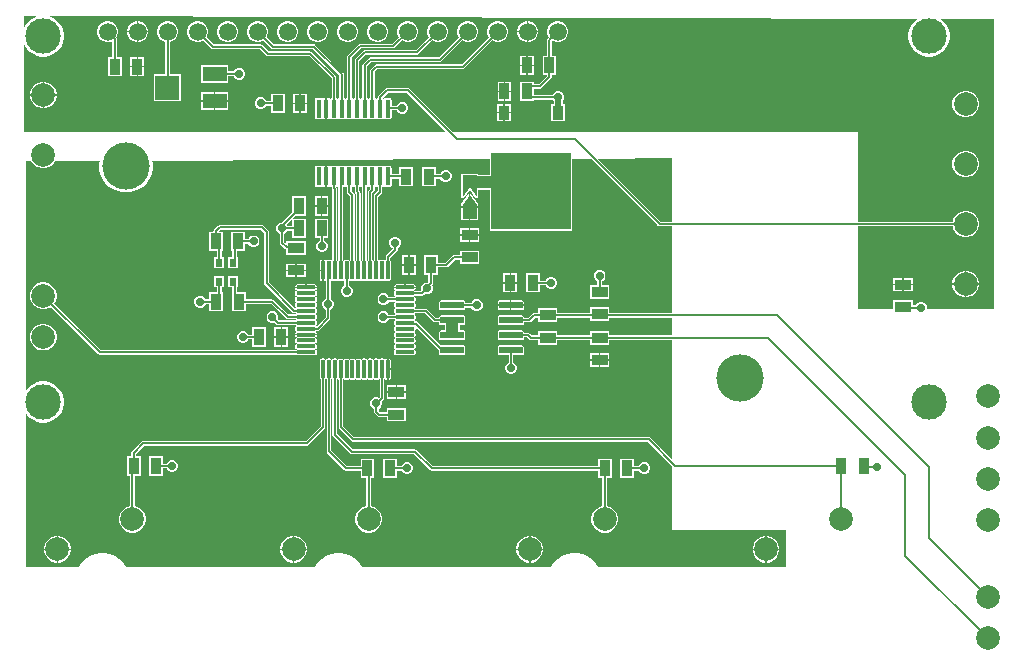
<source format=gtl>
G04*
G04 #@! TF.GenerationSoftware,Altium Limited,Altium Designer,25.4.2 (15)*
G04*
G04 Layer_Physical_Order=1*
G04 Layer_Color=255*
%FSLAX44Y44*%
%MOMM*%
G71*
G04*
G04 #@! TF.SameCoordinates,E3562E81-9C74-4326-8BCA-3B8FE58CD66A*
G04*
G04*
G04 #@! TF.FilePolarity,Positive*
G04*
G01*
G75*
%ADD12C,0.5000*%
%ADD15C,0.1270*%
%ADD17R,0.6000X0.7000*%
%ADD18R,1.3800X0.9200*%
%ADD19R,0.9200X1.3800*%
G04:AMPARAMS|DCode=20|XSize=1.97mm|YSize=0.59mm|CornerRadius=0.0738mm|HoleSize=0mm|Usage=FLASHONLY|Rotation=0.000|XOffset=0mm|YOffset=0mm|HoleType=Round|Shape=RoundedRectangle|*
%AMROUNDEDRECTD20*
21,1,1.9700,0.4425,0,0,0.0*
21,1,1.8225,0.5900,0,0,0.0*
1,1,0.1475,0.9113,-0.2213*
1,1,0.1475,-0.9113,-0.2213*
1,1,0.1475,-0.9113,0.2213*
1,1,0.1475,0.9113,0.2213*
%
%ADD20ROUNDEDRECTD20*%
G04:AMPARAMS|DCode=21|XSize=0.28mm|YSize=1.56mm|CornerRadius=0.07mm|HoleSize=0mm|Usage=FLASHONLY|Rotation=90.000|XOffset=0mm|YOffset=0mm|HoleType=Round|Shape=RoundedRectangle|*
%AMROUNDEDRECTD21*
21,1,0.2800,1.4200,0,0,90.0*
21,1,0.1400,1.5600,0,0,90.0*
1,1,0.1400,0.7100,0.0700*
1,1,0.1400,0.7100,-0.0700*
1,1,0.1400,-0.7100,-0.0700*
1,1,0.1400,-0.7100,0.0700*
%
%ADD21ROUNDEDRECTD21*%
G04:AMPARAMS|DCode=22|XSize=0.28mm|YSize=1.56mm|CornerRadius=0.07mm|HoleSize=0mm|Usage=FLASHONLY|Rotation=0.000|XOffset=0mm|YOffset=0mm|HoleType=Round|Shape=RoundedRectangle|*
%AMROUNDEDRECTD22*
21,1,0.2800,1.4200,0,0,0.0*
21,1,0.1400,1.5600,0,0,0.0*
1,1,0.1400,0.0700,-0.7100*
1,1,0.1400,-0.0700,-0.7100*
1,1,0.1400,-0.0700,0.7100*
1,1,0.1400,0.0700,0.7100*
%
%ADD22ROUNDEDRECTD22*%
G04:AMPARAMS|DCode=23|XSize=1.57mm|YSize=0.41mm|CornerRadius=0.0513mm|HoleSize=0mm|Usage=FLASHONLY|Rotation=90.000|XOffset=0mm|YOffset=0mm|HoleType=Round|Shape=RoundedRectangle|*
%AMROUNDEDRECTD23*
21,1,1.5700,0.3075,0,0,90.0*
21,1,1.4675,0.4100,0,0,90.0*
1,1,0.1025,0.1538,0.7338*
1,1,0.1025,0.1538,-0.7338*
1,1,0.1025,-0.1538,-0.7338*
1,1,0.1025,-0.1538,0.7338*
%
%ADD23ROUNDEDRECTD23*%
%ADD24R,0.8890X1.2192*%
%ADD25R,6.7310X6.5024*%
%ADD26R,2.0000X1.3000*%
%ADD27R,2.0000X2.0000*%
%AMCUSTOMSHAPE43*
4,1,5,0.0000,1.0000,-0.6000,0.2000,-0.6000,-1.0000,0.6000,-1.0000,0.6000,0.2000,0.0000,1.0000,0.0*%
%ADD43CUSTOMSHAPE43*%

%AMCUSTOMSHAPE44*
4,1,5,-0.6000,0.9000,0.6000,0.9000,0.6000,-0.9000,0.0000,-0.1000,-0.6000,-0.9000,-0.6000,0.9000,0.0*%
%ADD44CUSTOMSHAPE44*%

%ADD45C,1.0000*%
%ADD46C,4.0000*%
%ADD47C,2.0000*%
%ADD48C,1.5000*%
%ADD49C,3.0000*%
%ADD50C,0.7000*%
G36*
X45551Y576958D02*
X44895Y576828D01*
X41711Y575508D01*
X38844Y573593D01*
X36407Y571156D01*
X34492Y568289D01*
X34000Y567102D01*
Y577000D01*
X45551Y576958D01*
D02*
G37*
G36*
X789810Y574238D02*
X788844Y573593D01*
X786407Y571156D01*
X784492Y568289D01*
X783173Y565105D01*
X782500Y561724D01*
Y558276D01*
X783173Y554895D01*
X784492Y551711D01*
X786407Y548844D01*
X788844Y546407D01*
X791711Y544492D01*
X794895Y543172D01*
X798276Y542500D01*
X801724D01*
X805105Y543172D01*
X808289Y544492D01*
X811156Y546407D01*
X813593Y548844D01*
X815508Y551711D01*
X816827Y554895D01*
X817500Y558276D01*
Y561724D01*
X816827Y565105D01*
X815508Y568289D01*
X813593Y571156D01*
X811156Y573593D01*
X810302Y574163D01*
X855000Y574000D01*
Y329000D01*
X797998D01*
X798000Y329005D01*
Y330995D01*
X797239Y332832D01*
X795832Y334239D01*
X793995Y335000D01*
X792005D01*
X790168Y334239D01*
X788761Y332832D01*
X788393Y331942D01*
X786170D01*
Y336320D01*
X769830D01*
Y329000D01*
X740000D01*
Y398858D01*
X819853D01*
X820498Y396450D01*
X821982Y393880D01*
X824080Y391782D01*
X826650Y390298D01*
X829516Y389530D01*
X832484D01*
X835350Y390298D01*
X837920Y391782D01*
X840018Y393880D01*
X841502Y396450D01*
X842270Y399316D01*
Y402284D01*
X841502Y405150D01*
X840018Y407720D01*
X837920Y409818D01*
X835350Y411302D01*
X832484Y412070D01*
X829516D01*
X826650Y411302D01*
X824080Y409818D01*
X821982Y407720D01*
X820498Y405150D01*
X819853Y402742D01*
X740000D01*
X740000Y479000D01*
X396747D01*
X360373Y515373D01*
X359743Y515794D01*
X359000Y515942D01*
X341000D01*
X340257Y515794D01*
X339627Y515373D01*
X333647Y509393D01*
X333226Y508763D01*
X333078Y508020D01*
Y507504D01*
X332787Y507447D01*
X332197Y507053D01*
X331804Y506463D01*
X331770Y506295D01*
X331737Y506463D01*
X331343Y507053D01*
X330753Y507447D01*
X330462Y507504D01*
Y529715D01*
X332804Y532058D01*
X404970D01*
X405713Y532206D01*
X406343Y532627D01*
X430021Y556305D01*
X431315Y555558D01*
X433545Y554960D01*
X435855D01*
X438085Y555558D01*
X440085Y556712D01*
X441718Y558345D01*
X442872Y560345D01*
X443470Y562575D01*
Y564885D01*
X442872Y567115D01*
X441718Y569115D01*
X440085Y570748D01*
X438085Y571902D01*
X435855Y572500D01*
X433545D01*
X431315Y571902D01*
X429315Y570748D01*
X427682Y569115D01*
X426528Y567115D01*
X425930Y564885D01*
Y562575D01*
X426528Y560345D01*
X427275Y559051D01*
X404165Y535942D01*
X332000D01*
X332000Y535942D01*
X331257Y535794D01*
X330627Y535373D01*
X327147Y531894D01*
X326726Y531263D01*
X326578Y530520D01*
Y507504D01*
X326287Y507447D01*
X325697Y507053D01*
X325303Y506463D01*
X325270Y506295D01*
X325237Y506463D01*
X324843Y507053D01*
X324253Y507447D01*
X323962Y507504D01*
Y534216D01*
X327804Y538058D01*
X385570D01*
X386313Y538206D01*
X386943Y538627D01*
X404621Y556305D01*
X405915Y555558D01*
X408145Y554960D01*
X410455D01*
X412685Y555558D01*
X414685Y556712D01*
X416318Y558345D01*
X417472Y560345D01*
X418070Y562575D01*
Y564885D01*
X417472Y567115D01*
X416318Y569115D01*
X414685Y570748D01*
X412685Y571902D01*
X410455Y572500D01*
X408145D01*
X405915Y571902D01*
X403915Y570748D01*
X402282Y569115D01*
X401128Y567115D01*
X400530Y564885D01*
Y562575D01*
X401128Y560345D01*
X401875Y559051D01*
X384766Y541942D01*
X327000D01*
X327000Y541942D01*
X326257Y541795D01*
X325627Y541373D01*
X325626Y541373D01*
X320647Y536394D01*
X320226Y535763D01*
X320078Y535020D01*
Y507504D01*
X319787Y507447D01*
X319197Y507053D01*
X318804Y506463D01*
X318770Y506295D01*
X318737Y506463D01*
X318343Y507053D01*
X317753Y507447D01*
X317462Y507504D01*
Y538716D01*
X322804Y544058D01*
X366170D01*
X366913Y544206D01*
X367543Y544627D01*
X379221Y556305D01*
X380515Y555558D01*
X382745Y554960D01*
X385055D01*
X387285Y555558D01*
X389285Y556712D01*
X390918Y558345D01*
X392072Y560345D01*
X392670Y562575D01*
Y564885D01*
X392072Y567115D01*
X390918Y569115D01*
X389285Y570748D01*
X387285Y571902D01*
X385055Y572500D01*
X382745D01*
X380515Y571902D01*
X378515Y570748D01*
X376882Y569115D01*
X375728Y567115D01*
X375130Y564885D01*
Y562575D01*
X375728Y560345D01*
X376474Y559051D01*
X365365Y547942D01*
X322000D01*
X322000Y547942D01*
X321257Y547794D01*
X320627Y547373D01*
X320626Y547373D01*
X314147Y540894D01*
X313726Y540263D01*
X313578Y539520D01*
Y507504D01*
X313287Y507447D01*
X312697Y507053D01*
X312304Y506463D01*
X312270Y506295D01*
X312237Y506463D01*
X311843Y507053D01*
X311253Y507447D01*
X310962Y507504D01*
Y541216D01*
X319240Y549493D01*
X346206D01*
X346949Y549641D01*
X347579Y550062D01*
X353821Y556305D01*
X355115Y555558D01*
X357345Y554960D01*
X359655D01*
X361885Y555558D01*
X363885Y556712D01*
X365518Y558345D01*
X366672Y560345D01*
X367270Y562575D01*
Y564885D01*
X366672Y567115D01*
X365518Y569115D01*
X363885Y570748D01*
X361885Y571902D01*
X359655Y572500D01*
X357345D01*
X355115Y571902D01*
X353115Y570748D01*
X351482Y569115D01*
X350328Y567115D01*
X349730Y564885D01*
Y562575D01*
X350328Y560345D01*
X351074Y559051D01*
X345401Y553378D01*
X318436D01*
X317692Y553230D01*
X317062Y552809D01*
X307647Y543394D01*
X307226Y542763D01*
X307078Y542020D01*
Y507504D01*
X306787Y507447D01*
X306197Y507053D01*
X305804Y506463D01*
X305770Y506295D01*
X305737Y506463D01*
X305343Y507053D01*
X304753Y507447D01*
X304462Y507504D01*
Y527480D01*
X304314Y528223D01*
X303894Y528853D01*
X280373Y552373D01*
X279743Y552794D01*
X279000Y552942D01*
X245035D01*
X238925Y559051D01*
X239672Y560345D01*
X240270Y562575D01*
Y564885D01*
X239672Y567115D01*
X238518Y569115D01*
X236885Y570748D01*
X234885Y571902D01*
X232655Y572500D01*
X230345D01*
X228115Y571902D01*
X226115Y570748D01*
X224482Y569115D01*
X223328Y567115D01*
X222730Y564885D01*
Y562575D01*
X223328Y560345D01*
X224482Y558345D01*
X226115Y556712D01*
X228115Y555558D01*
X230345Y554960D01*
X232655D01*
X234885Y555558D01*
X236179Y556305D01*
X242857Y549627D01*
X243487Y549206D01*
X244230Y549058D01*
X278195D01*
X300578Y526675D01*
Y507504D01*
X300287Y507447D01*
X299697Y507053D01*
X299303Y506463D01*
X299270Y506295D01*
X299237Y506463D01*
X298843Y507053D01*
X298253Y507447D01*
X297962Y507504D01*
Y524980D01*
X297815Y525723D01*
X297393Y526353D01*
X277373Y546373D01*
X276743Y546795D01*
X276000Y546942D01*
X240805D01*
X235373Y552373D01*
X234743Y552794D01*
X234000Y552942D01*
X194235D01*
X188125Y559051D01*
X188872Y560345D01*
X189470Y562575D01*
Y564885D01*
X188872Y567115D01*
X187718Y569115D01*
X186085Y570748D01*
X184085Y571902D01*
X181855Y572500D01*
X179545D01*
X177315Y571902D01*
X175315Y570748D01*
X173682Y569115D01*
X172528Y567115D01*
X171930Y564885D01*
Y562575D01*
X172528Y560345D01*
X173682Y558345D01*
X175315Y556712D01*
X177315Y555558D01*
X179545Y554960D01*
X181855D01*
X184085Y555558D01*
X185379Y556305D01*
X192057Y549627D01*
X192687Y549206D01*
X193430Y549058D01*
X233195D01*
X238626Y543627D01*
X238627Y543627D01*
X239257Y543205D01*
X240000Y543058D01*
X240000Y543058D01*
X275196D01*
X294078Y524175D01*
Y507504D01*
X293787Y507447D01*
X293197Y507053D01*
X292803Y506463D01*
X292770Y506295D01*
X292737Y506463D01*
X292343Y507053D01*
X291753Y507447D01*
X291057Y507585D01*
X290155D01*
Y498430D01*
Y489275D01*
X291057D01*
X291753Y489413D01*
X292343Y489807D01*
X292737Y490397D01*
X292770Y490565D01*
X292803Y490397D01*
X293197Y489807D01*
X293787Y489413D01*
X294482Y489275D01*
X297558D01*
X298253Y489413D01*
X298843Y489807D01*
X299237Y490397D01*
X299270Y490565D01*
X299303Y490397D01*
X299697Y489807D01*
X300287Y489413D01*
X300983Y489275D01*
X304058D01*
X304753Y489413D01*
X305343Y489807D01*
X305737Y490397D01*
X305770Y490565D01*
X305804Y490397D01*
X306197Y489807D01*
X306787Y489413D01*
X307482Y489275D01*
X310557D01*
X311253Y489413D01*
X311843Y489807D01*
X312237Y490397D01*
X312270Y490565D01*
X312304Y490397D01*
X312697Y489807D01*
X313287Y489413D01*
X313983Y489275D01*
X317057D01*
X317753Y489413D01*
X318343Y489807D01*
X318737Y490397D01*
X318770Y490565D01*
X318804Y490397D01*
X319197Y489807D01*
X319787Y489413D01*
X320482Y489275D01*
X323558D01*
X324253Y489413D01*
X324843Y489807D01*
X325237Y490397D01*
X325270Y490565D01*
X325303Y490397D01*
X325697Y489807D01*
X326287Y489413D01*
X326983Y489275D01*
X330057D01*
X330753Y489413D01*
X331343Y489807D01*
X331737Y490397D01*
X331770Y490565D01*
X331804Y490397D01*
X332197Y489807D01*
X332787Y489413D01*
X333483Y489275D01*
X336558D01*
X337253Y489413D01*
X337843Y489807D01*
X338237Y490397D01*
X338270Y490565D01*
X338303Y490397D01*
X338697Y489807D01*
X339287Y489413D01*
X339983Y489275D01*
X343058D01*
X343753Y489413D01*
X344343Y489807D01*
X344737Y490397D01*
X344875Y491092D01*
Y497058D01*
X349393D01*
X349761Y496168D01*
X351168Y494761D01*
X353005Y494000D01*
X354995D01*
X356832Y494761D01*
X358239Y496168D01*
X359000Y498005D01*
Y499995D01*
X358239Y501832D01*
X356832Y503239D01*
X354995Y504000D01*
X353005D01*
X351168Y503239D01*
X349761Y501832D01*
X349393Y500942D01*
X344875D01*
Y505768D01*
X344737Y506463D01*
X344343Y507053D01*
X343753Y507447D01*
X343058Y507585D01*
X339983D01*
X339287Y507447D01*
X338697Y507053D01*
X338303Y506463D01*
X338270Y506295D01*
X338237Y506463D01*
X337843Y507053D01*
X337253Y507447D01*
X337203Y507456D01*
X341805Y512058D01*
X358195D01*
X391253Y479000D01*
X34000D01*
Y552898D01*
X34492Y551711D01*
X36407Y548844D01*
X38844Y546407D01*
X41711Y544492D01*
X44895Y543172D01*
X48276Y542500D01*
X51724D01*
X55105Y543172D01*
X58289Y544492D01*
X61156Y546407D01*
X63593Y548844D01*
X65508Y551711D01*
X66828Y554895D01*
X67500Y558276D01*
Y561724D01*
X66828Y565105D01*
X65508Y568289D01*
X63593Y571156D01*
X61156Y573593D01*
X58289Y575508D01*
X55105Y576828D01*
X54616Y576925D01*
X789810Y574238D01*
D02*
G37*
G36*
X570827Y399427D02*
X571457Y399006D01*
X572200Y398858D01*
X582000D01*
Y325492D01*
X529170D01*
Y330320D01*
X512830D01*
Y325492D01*
X485170D01*
Y329420D01*
X468830D01*
Y325492D01*
X465550D01*
X464807Y325345D01*
X464177Y324923D01*
X460546Y321292D01*
X456909D01*
Y321562D01*
X456754Y322346D01*
X456310Y323010D01*
X455646Y323453D01*
X454863Y323609D01*
X436637D01*
X435854Y323453D01*
X435190Y323010D01*
X434747Y322346D01*
X434591Y321562D01*
Y317138D01*
X434747Y316354D01*
X435190Y315690D01*
X435854Y315247D01*
X436637Y315091D01*
X454863D01*
X455646Y315247D01*
X456310Y315690D01*
X456754Y316354D01*
X456909Y317138D01*
Y317408D01*
X461350D01*
X462093Y317556D01*
X462723Y317977D01*
X466354Y321608D01*
X468830D01*
Y317680D01*
X485170D01*
Y321608D01*
X512830D01*
Y318580D01*
X529170D01*
Y321608D01*
X582000D01*
Y321292D01*
Y306392D01*
X529170D01*
Y310420D01*
X512830D01*
Y306392D01*
X485170D01*
Y310320D01*
X468830D01*
Y306392D01*
X463608D01*
X461977Y308023D01*
X461346Y308444D01*
X460603Y308592D01*
X456909D01*
Y308862D01*
X456754Y309646D01*
X456310Y310310D01*
X455646Y310753D01*
X454863Y310909D01*
X436637D01*
X435854Y310753D01*
X435190Y310310D01*
X434747Y309646D01*
X434591Y308862D01*
Y304438D01*
X434747Y303654D01*
X435190Y302990D01*
X435854Y302547D01*
X436637Y302391D01*
X454863D01*
X455646Y302547D01*
X456310Y302990D01*
X456754Y303654D01*
X456909Y304438D01*
Y304708D01*
X459799D01*
X461430Y303077D01*
X462060Y302656D01*
X462803Y302508D01*
X462803Y302508D01*
X468830D01*
Y298580D01*
X485170D01*
Y302508D01*
X512830D01*
Y298680D01*
X529170D01*
Y302508D01*
X582000D01*
X582000Y201747D01*
X563899Y219847D01*
X563269Y220268D01*
X562526Y220416D01*
X313330D01*
X304125Y229622D01*
Y269761D01*
X304270Y269978D01*
X304650Y269410D01*
X305301Y268974D01*
X306070Y268822D01*
X307470D01*
X308239Y268974D01*
X308890Y269410D01*
X309270Y269978D01*
X309650Y269410D01*
X310301Y268974D01*
X311070Y268822D01*
X312470D01*
X313239Y268974D01*
X313890Y269410D01*
X314270Y269978D01*
X314650Y269410D01*
X315301Y268974D01*
X316070Y268822D01*
X317470D01*
X318239Y268974D01*
X318890Y269410D01*
X319270Y269978D01*
X319650Y269410D01*
X320301Y268974D01*
X321070Y268822D01*
X322470D01*
X323239Y268974D01*
X323890Y269410D01*
X324270Y269978D01*
X324650Y269410D01*
X325301Y268974D01*
X326070Y268822D01*
X327470D01*
X328239Y268974D01*
X328890Y269410D01*
X329270Y269978D01*
X329650Y269410D01*
X330301Y268974D01*
X331070Y268822D01*
X332470D01*
X333239Y268974D01*
X333890Y269410D01*
X334270Y269978D01*
X334650Y269410D01*
X334828Y269291D01*
Y254575D01*
X333885Y253631D01*
X332995Y254000D01*
X331006D01*
X329168Y253239D01*
X327761Y251832D01*
X327000Y249995D01*
Y248005D01*
X327761Y246168D01*
X329168Y244761D01*
X330058Y244393D01*
Y242000D01*
X330206Y241257D01*
X330627Y240627D01*
X333177Y238077D01*
X333807Y237656D01*
X334550Y237508D01*
X340830D01*
Y233580D01*
X357170D01*
Y245320D01*
X340830D01*
Y241392D01*
X335354D01*
X333942Y242805D01*
Y244393D01*
X334832Y244761D01*
X336239Y246168D01*
X337000Y248005D01*
Y249995D01*
X336631Y250884D01*
X338144Y252397D01*
X338564Y253027D01*
X338712Y253770D01*
X338712Y253770D01*
Y269291D01*
X338890Y269410D01*
X339270Y269978D01*
X339650Y269410D01*
X340301Y268974D01*
X341070Y268822D01*
X341135D01*
Y277930D01*
Y287039D01*
X341070D01*
X340301Y286886D01*
X339650Y286450D01*
X339270Y285882D01*
X338890Y286450D01*
X338239Y286886D01*
X337470Y287039D01*
X336070D01*
X335301Y286886D01*
X334650Y286450D01*
X334270Y285882D01*
X333890Y286450D01*
X333239Y286886D01*
X332470Y287039D01*
X331070D01*
X330301Y286886D01*
X329650Y286450D01*
X329270Y285882D01*
X328890Y286450D01*
X328239Y286886D01*
X327470Y287039D01*
X326070D01*
X325301Y286886D01*
X324650Y286450D01*
X324270Y285882D01*
X323890Y286450D01*
X323239Y286886D01*
X322470Y287039D01*
X321070D01*
X320301Y286886D01*
X319650Y286450D01*
X319270Y285882D01*
X318890Y286450D01*
X318239Y286886D01*
X317470Y287039D01*
X316070D01*
X315301Y286886D01*
X314650Y286450D01*
X314270Y285882D01*
X313890Y286450D01*
X313239Y286886D01*
X312470Y287039D01*
X311070D01*
X310301Y286886D01*
X309650Y286450D01*
X309270Y285882D01*
X308890Y286450D01*
X308239Y286886D01*
X307470Y287039D01*
X306070D01*
X305301Y286886D01*
X304650Y286450D01*
X304270Y285882D01*
X303890Y286450D01*
X303239Y286886D01*
X302470Y287039D01*
X301070D01*
X300301Y286886D01*
X299650Y286450D01*
X299270Y285882D01*
X298890Y286450D01*
X298239Y286886D01*
X297470Y287039D01*
X296070D01*
X295301Y286886D01*
X294650Y286450D01*
X294270Y285882D01*
X293890Y286450D01*
X293239Y286886D01*
X292470Y287039D01*
X291070D01*
X290301Y286886D01*
X289650Y286450D01*
X289270Y285882D01*
X288890Y286450D01*
X288239Y286886D01*
X287470Y287039D01*
X286070D01*
X285301Y286886D01*
X284650Y286450D01*
X284214Y285799D01*
X284062Y285030D01*
Y270830D01*
X284214Y270061D01*
X284650Y269410D01*
X284828Y269291D01*
Y229575D01*
X272195Y216942D01*
X134450D01*
X133707Y216794D01*
X133077Y216373D01*
X125077Y208373D01*
X124656Y207743D01*
X124508Y207000D01*
Y204170D01*
X120580D01*
Y187830D01*
X123458D01*
Y161947D01*
X121050Y161302D01*
X118480Y159818D01*
X116382Y157720D01*
X114898Y155150D01*
X114130Y152284D01*
Y149316D01*
X114898Y146450D01*
X116382Y143880D01*
X118480Y141782D01*
X121050Y140298D01*
X123916Y139530D01*
X126884D01*
X129750Y140298D01*
X132320Y141782D01*
X134418Y143880D01*
X135902Y146450D01*
X136670Y149316D01*
Y152284D01*
X135902Y155150D01*
X134418Y157720D01*
X132320Y159818D01*
X129750Y161302D01*
X127342Y161947D01*
Y187830D01*
X132320D01*
Y204170D01*
X128392D01*
Y206195D01*
X135255Y213058D01*
X273000D01*
X273743Y213206D01*
X274373Y213627D01*
X288143Y227397D01*
X288144Y227397D01*
X288564Y228027D01*
X288712Y228770D01*
Y269291D01*
X288890Y269410D01*
X289270Y269978D01*
X289650Y269410D01*
X289828Y269291D01*
Y208230D01*
X289976Y207487D01*
X290397Y206857D01*
X304627Y192627D01*
X305257Y192206D01*
X306000Y192058D01*
X318580D01*
Y185830D01*
X323458D01*
Y161947D01*
X321050Y161302D01*
X318480Y159818D01*
X316382Y157720D01*
X314898Y155150D01*
X314130Y152284D01*
Y149316D01*
X314898Y146450D01*
X316382Y143880D01*
X318480Y141782D01*
X321050Y140298D01*
X323916Y139530D01*
X326884D01*
X329750Y140298D01*
X332320Y141782D01*
X334418Y143880D01*
X335902Y146450D01*
X336670Y149316D01*
Y152284D01*
X335902Y155150D01*
X334418Y157720D01*
X332320Y159818D01*
X329750Y161302D01*
X327342Y161947D01*
Y185830D01*
X330320D01*
Y202170D01*
X318580D01*
Y195942D01*
X306805D01*
X293712Y209035D01*
Y269291D01*
X293890Y269410D01*
X294270Y269978D01*
X294650Y269410D01*
X294828Y269291D01*
Y222230D01*
X294976Y221487D01*
X295397Y220856D01*
X309627Y206627D01*
X310257Y206206D01*
X311000Y206058D01*
X364196D01*
X377626Y192627D01*
X377627Y192627D01*
X378257Y192206D01*
X379000Y192058D01*
X379000Y192058D01*
X519580D01*
Y185830D01*
X523458D01*
Y161947D01*
X521050Y161302D01*
X518480Y159818D01*
X516382Y157720D01*
X514898Y155150D01*
X514130Y152284D01*
Y149316D01*
X514898Y146450D01*
X516382Y143880D01*
X518480Y141782D01*
X521050Y140298D01*
X523916Y139530D01*
X526884D01*
X529750Y140298D01*
X532320Y141782D01*
X534418Y143880D01*
X535902Y146450D01*
X536670Y149316D01*
Y152284D01*
X535902Y155150D01*
X534418Y157720D01*
X532320Y159818D01*
X529750Y161302D01*
X527342Y161947D01*
Y185830D01*
X531320D01*
Y202170D01*
X519580D01*
Y195942D01*
X379804D01*
X366373Y209373D01*
X365743Y209794D01*
X365000Y209942D01*
X311805D01*
X298712Y223034D01*
Y269291D01*
X298890Y269410D01*
X299270Y269978D01*
X299650Y269410D01*
X300241Y269015D01*
Y228817D01*
X300389Y228074D01*
X300809Y227444D01*
X311152Y217101D01*
X311153Y217101D01*
X311783Y216679D01*
X312526Y216532D01*
X561721D01*
X582000Y196253D01*
Y142000D01*
X679000D01*
Y110000D01*
X520212D01*
X519939Y110658D01*
X517477Y114343D01*
X514343Y117477D01*
X510658Y119939D01*
X506563Y121635D01*
X502216Y122500D01*
X497784D01*
X493437Y121635D01*
X489342Y119939D01*
X485657Y117477D01*
X482523Y114343D01*
X480061Y110658D01*
X479788Y110000D01*
X320212D01*
X319939Y110658D01*
X317477Y114343D01*
X314343Y117477D01*
X310658Y119939D01*
X306563Y121635D01*
X302216Y122500D01*
X297784D01*
X293437Y121635D01*
X289342Y119939D01*
X285657Y117477D01*
X282523Y114343D01*
X280061Y110658D01*
X279788Y110000D01*
X120212D01*
X119939Y110658D01*
X117477Y114343D01*
X114343Y117477D01*
X110658Y119939D01*
X106563Y121635D01*
X102216Y122500D01*
X97784D01*
X93437Y121635D01*
X89342Y119939D01*
X85657Y117477D01*
X82523Y114343D01*
X80061Y110658D01*
X79788Y110000D01*
X35000D01*
Y240950D01*
X36407Y238844D01*
X38844Y236407D01*
X41711Y234492D01*
X44895Y233172D01*
X48276Y232500D01*
X51724D01*
X55105Y233172D01*
X58289Y234492D01*
X61156Y236407D01*
X63593Y238844D01*
X65508Y241711D01*
X66828Y244895D01*
X67500Y248276D01*
Y251724D01*
X66828Y255105D01*
X65508Y258289D01*
X63593Y261156D01*
X61156Y263593D01*
X58289Y265508D01*
X55105Y266828D01*
X51724Y267500D01*
X48276D01*
X44895Y266828D01*
X41711Y265508D01*
X38844Y263593D01*
X36407Y261156D01*
X35000Y259050D01*
X35000Y453998D01*
X39978Y454019D01*
X40982Y452280D01*
X43080Y450182D01*
X45650Y448698D01*
X48516Y447930D01*
X51484D01*
X54350Y448698D01*
X56920Y450182D01*
X59018Y452280D01*
X60070Y454102D01*
X97906Y454258D01*
X97500Y452216D01*
Y447784D01*
X98365Y443437D01*
X100061Y439342D01*
X102523Y435657D01*
X105657Y432523D01*
X109342Y430061D01*
X113437Y428365D01*
X117784Y427500D01*
X122216D01*
X126563Y428365D01*
X130658Y430061D01*
X134343Y432523D01*
X137477Y435657D01*
X139939Y439342D01*
X141635Y443437D01*
X142500Y447784D01*
Y452216D01*
X142057Y454441D01*
X413020Y455563D01*
X427935Y455625D01*
Y442393D01*
X418212D01*
X417972Y442972D01*
X417000Y443375D01*
X405000D01*
X404028Y442972D01*
X403625Y442000D01*
Y424000D01*
X403665Y423905D01*
X403639Y423806D01*
X403861Y423430D01*
X404028Y423028D01*
X404123Y422989D01*
X404175Y422900D01*
X404597Y422792D01*
X405000Y422625D01*
X405095Y422665D01*
X405194Y422639D01*
X405569Y422861D01*
X405972Y423028D01*
X406011Y423123D01*
X406100Y423175D01*
X411000Y429709D01*
X415900Y423175D01*
X415989Y423123D01*
X416028Y423028D01*
X416431Y422861D01*
X416806Y422639D01*
X416905Y422665D01*
X417000Y422625D01*
X417403Y422792D01*
X417825Y422900D01*
X417877Y422989D01*
X417972Y423028D01*
X418139Y423430D01*
X418361Y423806D01*
X418335Y423905D01*
X418375Y424000D01*
Y429607D01*
X427935D01*
Y394924D01*
X497785D01*
Y455914D01*
X514271Y455983D01*
X570827Y399427D01*
D02*
G37*
G36*
X582000Y405170D02*
Y402742D01*
X573004D01*
X519742Y456005D01*
X582000Y456263D01*
Y405170D01*
D02*
G37*
%LPC*%
G36*
X461255Y572500D02*
X460735D01*
Y564365D01*
X468870D01*
Y564885D01*
X468272Y567115D01*
X467118Y569115D01*
X465485Y570748D01*
X463485Y571902D01*
X461255Y572500D01*
D02*
G37*
G36*
X459465D02*
X458945D01*
X456715Y571902D01*
X454715Y570748D01*
X453082Y569115D01*
X451928Y567115D01*
X451330Y564885D01*
Y564365D01*
X459465D01*
Y572500D01*
D02*
G37*
G36*
X131055D02*
X130535D01*
Y564365D01*
X138670D01*
Y564885D01*
X138072Y567115D01*
X136918Y569115D01*
X135285Y570748D01*
X133285Y571902D01*
X131055Y572500D01*
D02*
G37*
G36*
X129265D02*
X128745D01*
X126515Y571902D01*
X124515Y570748D01*
X122882Y569115D01*
X121728Y567115D01*
X121130Y564885D01*
Y564365D01*
X129265D01*
Y572500D01*
D02*
G37*
G36*
X486655D02*
X484345D01*
X482115Y571902D01*
X480115Y570748D01*
X478482Y569115D01*
X477328Y567115D01*
X476730Y564885D01*
Y562575D01*
X477328Y560345D01*
X478074Y559051D01*
X477177Y558153D01*
X476755Y557523D01*
X476608Y556780D01*
Y543170D01*
X472680D01*
Y526830D01*
X476608D01*
Y526354D01*
X469438Y519185D01*
X465420D01*
Y521170D01*
X453680D01*
Y504830D01*
X465420D01*
Y506058D01*
X481393D01*
X481761Y505168D01*
X482016Y504913D01*
Y502366D01*
X480005D01*
Y487634D01*
X491435D01*
Y502366D01*
X489704D01*
Y504633D01*
X490239Y505168D01*
X491000Y507005D01*
Y508995D01*
X490239Y510832D01*
X488832Y512239D01*
X486995Y513000D01*
X485005D01*
X483168Y512239D01*
X481761Y510832D01*
X481393Y509942D01*
X465420D01*
Y515300D01*
X470242D01*
X470986Y515448D01*
X471616Y515869D01*
X479923Y524177D01*
X480345Y524807D01*
X480492Y525550D01*
Y526830D01*
X484420D01*
Y543170D01*
X480492D01*
Y555975D01*
X480821Y556305D01*
X482115Y555558D01*
X484345Y554960D01*
X486655D01*
X488885Y555558D01*
X490885Y556712D01*
X492518Y558345D01*
X493672Y560345D01*
X494270Y562575D01*
Y564885D01*
X493672Y567115D01*
X492518Y569115D01*
X490885Y570748D01*
X488885Y571902D01*
X486655Y572500D01*
D02*
G37*
G36*
X468870Y563095D02*
X460735D01*
Y554960D01*
X461255D01*
X463485Y555558D01*
X465485Y556712D01*
X467118Y558345D01*
X468272Y560345D01*
X468870Y562575D01*
Y563095D01*
D02*
G37*
G36*
X459465D02*
X451330D01*
Y562575D01*
X451928Y560345D01*
X453082Y558345D01*
X454715Y556712D01*
X456715Y555558D01*
X458945Y554960D01*
X459465D01*
Y563095D01*
D02*
G37*
G36*
X334255Y572500D02*
X331945D01*
X329715Y571902D01*
X327715Y570748D01*
X326082Y569115D01*
X324928Y567115D01*
X324330Y564885D01*
Y562575D01*
X324928Y560345D01*
X326082Y558345D01*
X327715Y556712D01*
X329715Y555558D01*
X331945Y554960D01*
X334255D01*
X336485Y555558D01*
X338485Y556712D01*
X340118Y558345D01*
X341272Y560345D01*
X341870Y562575D01*
Y564885D01*
X341272Y567115D01*
X340118Y569115D01*
X338485Y570748D01*
X336485Y571902D01*
X334255Y572500D01*
D02*
G37*
G36*
X308855D02*
X306545D01*
X304315Y571902D01*
X302315Y570748D01*
X300682Y569115D01*
X299528Y567115D01*
X298930Y564885D01*
Y562575D01*
X299528Y560345D01*
X300682Y558345D01*
X302315Y556712D01*
X304315Y555558D01*
X306545Y554960D01*
X308855D01*
X311085Y555558D01*
X313085Y556712D01*
X314718Y558345D01*
X315872Y560345D01*
X316470Y562575D01*
Y564885D01*
X315872Y567115D01*
X314718Y569115D01*
X313085Y570748D01*
X311085Y571902D01*
X308855Y572500D01*
D02*
G37*
G36*
X283455D02*
X281145D01*
X278915Y571902D01*
X276915Y570748D01*
X275282Y569115D01*
X274128Y567115D01*
X273530Y564885D01*
Y562575D01*
X274128Y560345D01*
X275282Y558345D01*
X276915Y556712D01*
X278915Y555558D01*
X281145Y554960D01*
X283455D01*
X285685Y555558D01*
X287685Y556712D01*
X289318Y558345D01*
X290472Y560345D01*
X291070Y562575D01*
Y564885D01*
X290472Y567115D01*
X289318Y569115D01*
X287685Y570748D01*
X285685Y571902D01*
X283455Y572500D01*
D02*
G37*
G36*
X258055D02*
X255745D01*
X253515Y571902D01*
X251515Y570748D01*
X249882Y569115D01*
X248728Y567115D01*
X248130Y564885D01*
Y562575D01*
X248728Y560345D01*
X249882Y558345D01*
X251515Y556712D01*
X253515Y555558D01*
X255745Y554960D01*
X258055D01*
X260285Y555558D01*
X262285Y556712D01*
X263918Y558345D01*
X265072Y560345D01*
X265670Y562575D01*
Y564885D01*
X265072Y567115D01*
X263918Y569115D01*
X262285Y570748D01*
X260285Y571902D01*
X258055Y572500D01*
D02*
G37*
G36*
X207255D02*
X204945D01*
X202715Y571902D01*
X200715Y570748D01*
X199082Y569115D01*
X197928Y567115D01*
X197330Y564885D01*
Y562575D01*
X197928Y560345D01*
X199082Y558345D01*
X200715Y556712D01*
X202715Y555558D01*
X204945Y554960D01*
X207255D01*
X209485Y555558D01*
X211485Y556712D01*
X213118Y558345D01*
X214272Y560345D01*
X214870Y562575D01*
Y564885D01*
X214272Y567115D01*
X213118Y569115D01*
X211485Y570748D01*
X209485Y571902D01*
X207255Y572500D01*
D02*
G37*
G36*
X138670Y563095D02*
X130535D01*
Y554960D01*
X131055D01*
X133285Y555558D01*
X135285Y556712D01*
X136918Y558345D01*
X138072Y560345D01*
X138670Y562575D01*
Y563095D01*
D02*
G37*
G36*
X129265D02*
X121130D01*
Y562575D01*
X121728Y560345D01*
X122882Y558345D01*
X124515Y556712D01*
X126515Y555558D01*
X128745Y554960D01*
X129265D01*
Y563095D01*
D02*
G37*
G36*
X465320Y543170D02*
X460085D01*
Y535635D01*
X465320D01*
Y543170D01*
D02*
G37*
G36*
X458815D02*
X453580D01*
Y535635D01*
X458815D01*
Y543170D01*
D02*
G37*
G36*
X135420Y542170D02*
X130185D01*
Y534635D01*
X135420D01*
Y542170D01*
D02*
G37*
G36*
X128915D02*
X123680D01*
Y534635D01*
X128915D01*
Y542170D01*
D02*
G37*
G36*
X465320Y534365D02*
X460085D01*
Y526830D01*
X465320D01*
Y534365D01*
D02*
G37*
G36*
X458815D02*
X453580D01*
Y526830D01*
X458815D01*
Y534365D01*
D02*
G37*
G36*
X135420Y533365D02*
X130185D01*
Y525830D01*
X135420D01*
Y533365D01*
D02*
G37*
G36*
X128915D02*
X123680D01*
Y525830D01*
X128915D01*
Y533365D01*
D02*
G37*
G36*
X105655Y572500D02*
X103345D01*
X101115Y571902D01*
X99115Y570748D01*
X97482Y569115D01*
X96328Y567115D01*
X95730Y564885D01*
Y562575D01*
X96328Y560345D01*
X97482Y558345D01*
X99115Y556712D01*
X101115Y555558D01*
X103345Y554960D01*
X105655D01*
X107885Y555558D01*
X108508Y555917D01*
Y542170D01*
X104580D01*
Y525830D01*
X116320D01*
Y542170D01*
X112392D01*
Y557431D01*
X112245Y558175D01*
X111823Y558805D01*
X111823Y558805D01*
X111798Y558830D01*
X112672Y560345D01*
X113270Y562575D01*
Y564885D01*
X112672Y567115D01*
X111518Y569115D01*
X109885Y570748D01*
X107885Y571902D01*
X105655Y572500D01*
D02*
G37*
G36*
X206270Y535540D02*
X183730D01*
Y520000D01*
X206270D01*
Y526058D01*
X211393D01*
X211761Y525168D01*
X213168Y523761D01*
X215005Y523000D01*
X216995D01*
X218832Y523761D01*
X220239Y525168D01*
X221000Y527005D01*
Y528995D01*
X220239Y530832D01*
X218832Y532239D01*
X216995Y533000D01*
X215005D01*
X213168Y532239D01*
X211761Y530832D01*
X211393Y529942D01*
X206270D01*
Y535540D01*
D02*
G37*
G36*
X446320Y521170D02*
X441085D01*
Y513635D01*
X446320D01*
Y521170D01*
D02*
G37*
G36*
X439815D02*
X434580D01*
Y513635D01*
X439815D01*
Y521170D01*
D02*
G37*
G36*
X51484Y521270D02*
X50635D01*
Y510635D01*
X61270D01*
Y511484D01*
X60502Y514350D01*
X59018Y516920D01*
X56920Y519018D01*
X54350Y520502D01*
X51484Y521270D01*
D02*
G37*
G36*
X49365D02*
X48516D01*
X45650Y520502D01*
X43080Y519018D01*
X40982Y516920D01*
X39498Y514350D01*
X38730Y511484D01*
Y510635D01*
X49365D01*
Y521270D01*
D02*
G37*
G36*
X288885Y507585D02*
X287983D01*
X287287Y507447D01*
X286697Y507053D01*
X286304Y506463D01*
X286270Y506295D01*
X286237Y506463D01*
X285843Y507053D01*
X285253Y507447D01*
X284557Y507585D01*
X281483D01*
X280787Y507447D01*
X280197Y507053D01*
X279804Y506463D01*
X279665Y505768D01*
Y491092D01*
X279804Y490397D01*
X280197Y489807D01*
X280787Y489413D01*
X281483Y489275D01*
X284557D01*
X285253Y489413D01*
X285843Y489807D01*
X286237Y490397D01*
X286270Y490565D01*
X286304Y490397D01*
X286697Y489807D01*
X287287Y489413D01*
X287983Y489275D01*
X288885D01*
Y498430D01*
Y507585D01*
D02*
G37*
G36*
X206270Y512540D02*
X195635D01*
Y505405D01*
X206270D01*
Y512540D01*
D02*
G37*
G36*
X194365D02*
X183730D01*
Y505405D01*
X194365D01*
Y512540D01*
D02*
G37*
G36*
X156455Y572500D02*
X154145D01*
X151915Y571902D01*
X149915Y570748D01*
X148282Y569115D01*
X147128Y567115D01*
X146530Y564885D01*
Y562575D01*
X147128Y560345D01*
X148282Y558345D01*
X149915Y556712D01*
X151915Y555558D01*
X153358Y555171D01*
Y527540D01*
X143730D01*
Y505000D01*
X166270D01*
Y527540D01*
X157242D01*
Y555171D01*
X158685Y555558D01*
X160685Y556712D01*
X162318Y558345D01*
X163472Y560345D01*
X164070Y562575D01*
Y564885D01*
X163472Y567115D01*
X162318Y569115D01*
X160685Y570748D01*
X158685Y571902D01*
X156455Y572500D01*
D02*
G37*
G36*
X254320Y511170D02*
X242580D01*
Y504942D01*
X238608D01*
X238239Y505832D01*
X236832Y507239D01*
X234995Y508000D01*
X233006D01*
X231168Y507239D01*
X229761Y505832D01*
X229000Y503994D01*
Y502005D01*
X229761Y500168D01*
X231168Y498761D01*
X233006Y498000D01*
X234995D01*
X236832Y498761D01*
X238239Y500168D01*
X238608Y501058D01*
X242580D01*
Y494830D01*
X254320D01*
Y511170D01*
D02*
G37*
G36*
X446320Y512365D02*
X441085D01*
Y504830D01*
X446320D01*
Y512365D01*
D02*
G37*
G36*
X439815D02*
X434580D01*
Y504830D01*
X439815D01*
Y512365D01*
D02*
G37*
G36*
X273420Y511170D02*
X268185D01*
Y503635D01*
X273420D01*
Y511170D01*
D02*
G37*
G36*
X266915D02*
X261680D01*
Y503635D01*
X266915D01*
Y511170D01*
D02*
G37*
G36*
X61270Y509365D02*
X50635D01*
Y498730D01*
X51484D01*
X54350Y499498D01*
X56920Y500982D01*
X59018Y503080D01*
X60502Y505650D01*
X61270Y508516D01*
Y509365D01*
D02*
G37*
G36*
X49365D02*
X38730D01*
Y508516D01*
X39498Y505650D01*
X40982Y503080D01*
X43080Y500982D01*
X45650Y499498D01*
X48516Y498730D01*
X49365D01*
Y509365D01*
D02*
G37*
G36*
X206270Y504135D02*
X195635D01*
Y497000D01*
X206270D01*
Y504135D01*
D02*
G37*
G36*
X194365D02*
X183730D01*
Y497000D01*
X194365D01*
Y504135D01*
D02*
G37*
G36*
X445715Y502366D02*
X440635D01*
Y495635D01*
X445715D01*
Y502366D01*
D02*
G37*
G36*
X439365D02*
X434285D01*
Y495635D01*
X439365D01*
Y502366D01*
D02*
G37*
G36*
X273420Y502365D02*
X268185D01*
Y494830D01*
X273420D01*
Y502365D01*
D02*
G37*
G36*
X266915D02*
X261680D01*
Y494830D01*
X266915D01*
Y502365D01*
D02*
G37*
G36*
X832484Y513670D02*
X829516D01*
X826650Y512902D01*
X824080Y511418D01*
X821982Y509320D01*
X820498Y506750D01*
X819730Y503884D01*
Y500916D01*
X820498Y498050D01*
X821982Y495480D01*
X824080Y493382D01*
X826650Y491898D01*
X829516Y491130D01*
X832484D01*
X835350Y491898D01*
X837920Y493382D01*
X840018Y495480D01*
X841502Y498050D01*
X842270Y500916D01*
Y503884D01*
X841502Y506750D01*
X840018Y509320D01*
X837920Y511418D01*
X835350Y512902D01*
X832484Y513670D01*
D02*
G37*
G36*
X445715Y494365D02*
X440635D01*
Y487634D01*
X445715D01*
Y494365D01*
D02*
G37*
G36*
X439365D02*
X434285D01*
Y487634D01*
X439365D01*
Y494365D01*
D02*
G37*
G36*
X832484Y462870D02*
X829516D01*
X826650Y462102D01*
X824080Y460618D01*
X821982Y458520D01*
X820498Y455950D01*
X819730Y453084D01*
Y450116D01*
X820498Y447250D01*
X821982Y444680D01*
X824080Y442582D01*
X826650Y441098D01*
X829516Y440330D01*
X832484D01*
X835350Y441098D01*
X837920Y442582D01*
X840018Y444680D01*
X841502Y447250D01*
X842270Y450116D01*
Y453084D01*
X841502Y455950D01*
X840018Y458520D01*
X837920Y460618D01*
X835350Y462102D01*
X832484Y462870D01*
D02*
G37*
G36*
Y361270D02*
X831635D01*
Y350635D01*
X842270D01*
Y351484D01*
X841502Y354350D01*
X840018Y356920D01*
X837920Y359018D01*
X835350Y360502D01*
X832484Y361270D01*
D02*
G37*
G36*
X830365D02*
X829516D01*
X826650Y360502D01*
X824080Y359018D01*
X821982Y356920D01*
X820498Y354350D01*
X819730Y351484D01*
Y350635D01*
X830365D01*
Y361270D01*
D02*
G37*
G36*
X786170Y355420D02*
X778635D01*
Y350185D01*
X786170D01*
Y355420D01*
D02*
G37*
G36*
X777365D02*
X769830D01*
Y350185D01*
X777365D01*
Y355420D01*
D02*
G37*
G36*
X786170Y348915D02*
X778635D01*
Y343680D01*
X786170D01*
Y348915D01*
D02*
G37*
G36*
X777365D02*
X769830D01*
Y343680D01*
X777365D01*
Y348915D01*
D02*
G37*
G36*
X842270Y349365D02*
X831635D01*
Y338730D01*
X832484D01*
X835350Y339498D01*
X837920Y340982D01*
X840018Y343080D01*
X841502Y345650D01*
X842270Y348516D01*
Y349365D01*
D02*
G37*
G36*
X830365D02*
X819730D01*
Y348516D01*
X820498Y345650D01*
X821982Y343080D01*
X824080Y340982D01*
X826650Y339498D01*
X829516Y338730D01*
X830365D01*
Y349365D01*
D02*
G37*
G36*
X343058Y450185D02*
X339983D01*
X339287Y450047D01*
X338697Y449653D01*
X338303Y449063D01*
X338270Y448895D01*
X338237Y449063D01*
X337843Y449653D01*
X337253Y450047D01*
X336558Y450185D01*
X333483D01*
X332787Y450047D01*
X332197Y449653D01*
X331804Y449063D01*
X331770Y448895D01*
X331737Y449063D01*
X331343Y449653D01*
X330753Y450047D01*
X330057Y450185D01*
X326983D01*
X326287Y450047D01*
X325697Y449653D01*
X325303Y449063D01*
X325270Y448895D01*
X325237Y449063D01*
X324843Y449653D01*
X324253Y450047D01*
X323558Y450185D01*
X320482D01*
X319787Y450047D01*
X319197Y449653D01*
X318804Y449063D01*
X318770Y448895D01*
X318737Y449063D01*
X318343Y449653D01*
X317753Y450047D01*
X317057Y450185D01*
X313983D01*
X313287Y450047D01*
X312697Y449653D01*
X312304Y449063D01*
X312270Y448895D01*
X312237Y449063D01*
X311843Y449653D01*
X311253Y450047D01*
X310557Y450185D01*
X307482D01*
X306787Y450047D01*
X306197Y449653D01*
X305804Y449063D01*
X305770Y448895D01*
X305737Y449063D01*
X305343Y449653D01*
X304753Y450047D01*
X304058Y450185D01*
X300983D01*
X300287Y450047D01*
X299697Y449653D01*
X299303Y449063D01*
X299270Y448895D01*
X299237Y449063D01*
X298843Y449653D01*
X298253Y450047D01*
X297558Y450185D01*
X294482D01*
X293787Y450047D01*
X293197Y449653D01*
X292803Y449063D01*
X292770Y448895D01*
X292737Y449063D01*
X292343Y449653D01*
X291753Y450047D01*
X291057Y450185D01*
X290155D01*
Y441030D01*
Y431875D01*
X291057D01*
X291753Y432013D01*
X292343Y432407D01*
X292737Y432997D01*
X292770Y433165D01*
X292803Y432997D01*
X293197Y432407D01*
X293787Y432013D01*
X294078Y431956D01*
Y431513D01*
X294226Y430770D01*
X294647Y430140D01*
X294828Y429959D01*
Y370169D01*
X294650Y370050D01*
X294270Y369482D01*
X293890Y370050D01*
X293239Y370486D01*
X292470Y370639D01*
X291070D01*
X290301Y370486D01*
X289650Y370050D01*
X289270Y369482D01*
X288890Y370050D01*
X288239Y370486D01*
X287470Y370639D01*
X287405D01*
Y361530D01*
Y352421D01*
X287470D01*
X288239Y352574D01*
X288890Y353010D01*
X289270Y353578D01*
X289443Y353320D01*
Y337767D01*
X288168Y337239D01*
X286761Y335832D01*
X286000Y333995D01*
Y332005D01*
X286761Y330168D01*
X288168Y328761D01*
X289058Y328393D01*
Y321805D01*
X281425Y314172D01*
X281109D01*
X280990Y314350D01*
X280422Y314730D01*
X280990Y315110D01*
X281426Y315761D01*
X281579Y316530D01*
Y317930D01*
X281426Y318699D01*
X280990Y319350D01*
X280422Y319730D01*
X280990Y320110D01*
X281426Y320761D01*
X281579Y321530D01*
Y322930D01*
X281426Y323699D01*
X280990Y324350D01*
X280422Y324730D01*
X280990Y325110D01*
X281426Y325761D01*
X281579Y326530D01*
Y327930D01*
X281426Y328699D01*
X280990Y329350D01*
X280422Y329730D01*
X280990Y330110D01*
X281426Y330761D01*
X281579Y331530D01*
Y332930D01*
X281426Y333699D01*
X280990Y334350D01*
X280422Y334730D01*
X280990Y335110D01*
X281426Y335761D01*
X281579Y336530D01*
Y337930D01*
X281426Y338699D01*
X280990Y339350D01*
X280422Y339730D01*
X280990Y340110D01*
X281426Y340761D01*
X281579Y341530D01*
Y342930D01*
X281426Y343699D01*
X280990Y344350D01*
X280422Y344730D01*
X280990Y345110D01*
X281426Y345761D01*
X281579Y346530D01*
Y346595D01*
X272470D01*
X263361D01*
Y346530D01*
X263514Y345761D01*
X263950Y345110D01*
X264518Y344730D01*
X263950Y344350D01*
X263514Y343699D01*
X263361Y342930D01*
Y341530D01*
X263514Y340761D01*
X263950Y340110D01*
X264518Y339730D01*
X263950Y339350D01*
X263514Y338699D01*
X263361Y337930D01*
Y336530D01*
X263514Y335761D01*
X263950Y335110D01*
X264518Y334730D01*
X263950Y334350D01*
X263514Y333699D01*
X263361Y332930D01*
Y331530D01*
X263514Y330761D01*
X263950Y330110D01*
X264518Y329730D01*
X263950Y329350D01*
X263831Y329172D01*
X263334D01*
X240942Y351564D01*
Y394000D01*
X240795Y394743D01*
X240373Y395373D01*
X240373Y395373D01*
X236373Y399373D01*
X235743Y399795D01*
X235000Y399942D01*
X199220D01*
X198477Y399795D01*
X197847Y399373D01*
X194627Y396153D01*
X194205Y395523D01*
X194058Y394780D01*
Y394170D01*
X190130D01*
Y377830D01*
X197058D01*
Y372770D01*
X194730D01*
Y363230D01*
X203270D01*
Y372770D01*
X200942D01*
Y377830D01*
X201870D01*
Y394170D01*
X198137D01*
X200025Y396058D01*
X234195D01*
X237058Y393195D01*
Y350759D01*
X237206Y350016D01*
X237627Y349386D01*
X261156Y325857D01*
X261156Y325857D01*
X261786Y325436D01*
X262529Y325288D01*
X263831D01*
X263950Y325110D01*
X264518Y324730D01*
X263950Y324350D01*
X263831Y324172D01*
X257575D01*
X245373Y336373D01*
X244743Y336794D01*
X244000Y336942D01*
X221420D01*
Y343170D01*
X213942D01*
Y347230D01*
X215270D01*
Y356770D01*
X206730D01*
Y347230D01*
X210058D01*
Y343170D01*
X209680D01*
Y326830D01*
X221420D01*
Y333058D01*
X243195D01*
X255396Y320857D01*
X256027Y320436D01*
X256770Y320288D01*
X263831D01*
X263950Y320110D01*
X264518Y319730D01*
X263950Y319350D01*
X263831Y319172D01*
X249575D01*
X248631Y320116D01*
X249000Y321005D01*
Y322995D01*
X248239Y324832D01*
X246832Y326239D01*
X244995Y327000D01*
X243006D01*
X241168Y326239D01*
X239761Y324832D01*
X239000Y322995D01*
Y321005D01*
X239761Y319168D01*
X241168Y317761D01*
X243006Y317000D01*
X244995D01*
X245884Y317369D01*
X247397Y315857D01*
X248027Y315436D01*
X248770Y315288D01*
X263831D01*
X263950Y315110D01*
X264518Y314730D01*
X263950Y314350D01*
X263514Y313699D01*
X263361Y312930D01*
Y311530D01*
X263514Y310761D01*
X263950Y310110D01*
X264518Y309730D01*
X263950Y309350D01*
X263514Y308699D01*
X263361Y307930D01*
Y307865D01*
X272470D01*
X281579D01*
Y307930D01*
X281426Y308699D01*
X280990Y309350D01*
X280422Y309730D01*
X280990Y310110D01*
X281109Y310288D01*
X282230D01*
X282973Y310436D01*
X283603Y310857D01*
X292373Y319627D01*
X292374Y319627D01*
X292794Y320257D01*
X292942Y321000D01*
X292942Y321000D01*
Y328393D01*
X293832Y328761D01*
X295239Y330168D01*
X296000Y332005D01*
Y333995D01*
X295239Y335832D01*
X293832Y337239D01*
X293327Y337448D01*
Y352634D01*
X293890Y353010D01*
X294270Y353578D01*
X294650Y353010D01*
X295301Y352574D01*
X296070Y352421D01*
X297470D01*
X298239Y352574D01*
X298890Y353010D01*
X299270Y353578D01*
X299650Y353010D01*
X300301Y352574D01*
X301070Y352421D01*
X302470D01*
X303239Y352574D01*
X303890Y353010D01*
X304270Y353578D01*
X304650Y353010D01*
X304943Y352814D01*
Y348560D01*
X304168Y348239D01*
X302761Y346832D01*
X302000Y344995D01*
Y343005D01*
X302761Y341168D01*
X304168Y339761D01*
X306005Y339000D01*
X307995D01*
X309832Y339761D01*
X311239Y341168D01*
X312000Y343005D01*
Y344995D01*
X311239Y346832D01*
X309832Y348239D01*
X308827Y348655D01*
Y352968D01*
X308890Y353010D01*
X309270Y353578D01*
X309650Y353010D01*
X310301Y352574D01*
X311070Y352421D01*
X312470D01*
X313239Y352574D01*
X313890Y353010D01*
X314270Y353578D01*
X314650Y353010D01*
X315301Y352574D01*
X316070Y352421D01*
X317470D01*
X318239Y352574D01*
X318890Y353010D01*
X319270Y353578D01*
X319650Y353010D01*
X320301Y352574D01*
X321070Y352421D01*
X322470D01*
X323239Y352574D01*
X323890Y353010D01*
X324270Y353578D01*
X324650Y353010D01*
X325301Y352574D01*
X326070Y352421D01*
X327470D01*
X328239Y352574D01*
X328890Y353010D01*
X329270Y353578D01*
X329650Y353010D01*
X330301Y352574D01*
X331070Y352421D01*
X332470D01*
X333239Y352574D01*
X333890Y353010D01*
X334270Y353578D01*
X334650Y353010D01*
X335301Y352574D01*
X336070Y352421D01*
X337470D01*
X338239Y352574D01*
X338890Y353010D01*
X339270Y353578D01*
X339650Y353010D01*
X340301Y352574D01*
X341070Y352421D01*
X342470D01*
X343239Y352574D01*
X343890Y353010D01*
X344326Y353661D01*
X344479Y354430D01*
Y368630D01*
X344326Y369399D01*
X343890Y370050D01*
X343712Y370169D01*
Y371965D01*
X349373Y377626D01*
X349795Y378257D01*
X349942Y379000D01*
Y380393D01*
X350832Y380761D01*
X352239Y382168D01*
X353000Y384005D01*
Y385995D01*
X352239Y387832D01*
X350832Y389239D01*
X348995Y390000D01*
X347006D01*
X345168Y389239D01*
X343761Y387832D01*
X343000Y385995D01*
Y384005D01*
X343761Y382168D01*
X345168Y380761D01*
X346058Y380393D01*
Y379804D01*
X340397Y374143D01*
X339976Y373513D01*
X339828Y372770D01*
Y370169D01*
X339650Y370050D01*
X339270Y369482D01*
X338890Y370050D01*
X338239Y370486D01*
X337470Y370639D01*
X336070D01*
X335301Y370486D01*
X334650Y370050D01*
X334270Y369482D01*
X333890Y370050D01*
X333712Y370169D01*
Y423712D01*
X336394Y426393D01*
X336814Y427024D01*
X336962Y427767D01*
Y431956D01*
X337253Y432013D01*
X337843Y432407D01*
X338237Y432997D01*
X338270Y433165D01*
X338303Y432997D01*
X338697Y432407D01*
X339287Y432013D01*
X339983Y431875D01*
X343058D01*
X343753Y432013D01*
X344343Y432407D01*
X344737Y432997D01*
X344875Y433693D01*
Y439088D01*
X351580D01*
Y432830D01*
X363320D01*
Y449170D01*
X351580D01*
Y442972D01*
X344875D01*
Y448368D01*
X344737Y449063D01*
X344343Y449653D01*
X343753Y450047D01*
X343058Y450185D01*
D02*
G37*
G36*
X288885D02*
X287983D01*
X287287Y450047D01*
X286697Y449653D01*
X286304Y449063D01*
X286270Y448895D01*
X286237Y449063D01*
X285843Y449653D01*
X285253Y450047D01*
X284557Y450185D01*
X281483D01*
X280787Y450047D01*
X280197Y449653D01*
X279804Y449063D01*
X279665Y448368D01*
Y433693D01*
X279804Y432997D01*
X280197Y432407D01*
X280787Y432013D01*
X281483Y431875D01*
X284557D01*
X285253Y432013D01*
X285843Y432407D01*
X286237Y432997D01*
X286270Y433165D01*
X286304Y432997D01*
X286697Y432407D01*
X287287Y432013D01*
X287983Y431875D01*
X288885D01*
Y441030D01*
Y450185D01*
D02*
G37*
G36*
X382420Y449170D02*
X370680D01*
Y432830D01*
X382420D01*
Y439225D01*
X386154D01*
X386522Y438335D01*
X387929Y436929D01*
X389767Y436168D01*
X391756D01*
X393593Y436929D01*
X395000Y438335D01*
X395761Y440173D01*
Y442162D01*
X395000Y444000D01*
X393593Y445406D01*
X391756Y446168D01*
X389767D01*
X387929Y445406D01*
X386522Y444000D01*
X386154Y443110D01*
X382420D01*
Y449170D01*
D02*
G37*
G36*
X291420Y424170D02*
X286185D01*
Y416635D01*
X291420D01*
Y424170D01*
D02*
G37*
G36*
X284915D02*
X279680D01*
Y416635D01*
X284915D01*
Y424170D01*
D02*
G37*
G36*
X411635Y426368D02*
Y415855D01*
X418375D01*
Y417220D01*
X418208Y417623D01*
X418100Y418045D01*
X412100Y426045D01*
X411927Y426147D01*
X411825Y426320D01*
X411635Y426368D01*
D02*
G37*
G36*
X410365Y426368D02*
X410175Y426320D01*
X410073Y426147D01*
X409900Y426045D01*
X403900Y418045D01*
X403792Y417623D01*
X403625Y417220D01*
Y415855D01*
X410365D01*
Y426368D01*
D02*
G37*
G36*
X291420Y415365D02*
X286185D01*
Y407830D01*
X291420D01*
Y415365D01*
D02*
G37*
G36*
X284915D02*
X279680D01*
Y407830D01*
X284915D01*
Y415365D01*
D02*
G37*
G36*
X418375Y414585D02*
X411635D01*
Y403845D01*
X417000D01*
X417972Y404248D01*
X418375Y405220D01*
Y414585D01*
D02*
G37*
G36*
X410365D02*
X403625D01*
Y405220D01*
X404028Y404248D01*
X405000Y403845D01*
X410365D01*
Y414585D01*
D02*
G37*
G36*
X419170Y397420D02*
X411635D01*
Y392185D01*
X419170D01*
Y397420D01*
D02*
G37*
G36*
X410365D02*
X402830D01*
Y392185D01*
X410365D01*
Y397420D01*
D02*
G37*
G36*
X272320Y424170D02*
X260580D01*
Y410577D01*
X252003Y402000D01*
X251005D01*
X249168Y401239D01*
X247761Y399832D01*
X247000Y397995D01*
Y396005D01*
X247761Y394168D01*
X249168Y392761D01*
X250058Y392393D01*
Y385000D01*
X250206Y384257D01*
X250627Y383627D01*
X254566Y379688D01*
X255196Y379267D01*
X255830Y379140D01*
Y374680D01*
X272170D01*
Y386420D01*
X255830D01*
Y383917D01*
X253942Y385804D01*
Y392393D01*
X254832Y392761D01*
X256239Y394168D01*
X256607Y395058D01*
X260580D01*
Y388830D01*
X272320D01*
Y405170D01*
X260667D01*
X263327Y407830D01*
X272320D01*
Y424170D01*
D02*
G37*
G36*
X419170Y390915D02*
X411635D01*
Y385680D01*
X419170D01*
Y390915D01*
D02*
G37*
G36*
X410365D02*
X402830D01*
Y385680D01*
X410365D01*
Y390915D01*
D02*
G37*
G36*
X220970Y394170D02*
X209230D01*
Y377830D01*
X210058D01*
Y372770D01*
X206730D01*
Y363230D01*
X215270D01*
Y372770D01*
X213942D01*
Y377830D01*
X220970D01*
Y384058D01*
X223393D01*
X223761Y383168D01*
X225168Y381761D01*
X227005Y381000D01*
X228995D01*
X230832Y381761D01*
X232239Y383168D01*
X233000Y385005D01*
Y386995D01*
X232239Y388832D01*
X230832Y390239D01*
X228995Y391000D01*
X227005D01*
X225168Y390239D01*
X223761Y388832D01*
X223393Y387942D01*
X220970D01*
Y394170D01*
D02*
G37*
G36*
X291420Y405170D02*
X279680D01*
Y388830D01*
X284058D01*
Y386607D01*
X283168Y386239D01*
X281761Y384832D01*
X281000Y382995D01*
Y381005D01*
X281761Y379168D01*
X283168Y377761D01*
X285005Y377000D01*
X286995D01*
X288832Y377761D01*
X290239Y379168D01*
X291000Y381005D01*
Y382995D01*
X290239Y384832D01*
X288832Y386239D01*
X287942Y386607D01*
Y388830D01*
X291420D01*
Y405170D01*
D02*
G37*
G36*
X419170Y378320D02*
X402830D01*
Y374392D01*
X397450D01*
X396707Y374244D01*
X396077Y373823D01*
X390196Y367942D01*
X384420D01*
Y374170D01*
X372680D01*
Y357830D01*
X376058D01*
Y351426D01*
X375870Y351239D01*
X374173D01*
X372336Y350478D01*
X370929Y349071D01*
X370168Y347233D01*
Y345244D01*
X370536Y344354D01*
X370239Y344057D01*
X364786D01*
X364590Y344350D01*
X364022Y344730D01*
X364590Y345110D01*
X365026Y345761D01*
X365179Y346530D01*
Y346595D01*
X356070D01*
X346962D01*
Y346530D01*
X347114Y345761D01*
X347550Y345110D01*
X348118Y344730D01*
X347550Y344350D01*
X347114Y343699D01*
X346962Y342930D01*
Y341530D01*
X347114Y340761D01*
X347550Y340110D01*
X348118Y339730D01*
X347550Y339350D01*
X347354Y339057D01*
X342560D01*
X342239Y339832D01*
X340832Y341239D01*
X338995Y342000D01*
X337005D01*
X335168Y341239D01*
X333761Y339832D01*
X333000Y337994D01*
Y336005D01*
X333761Y334168D01*
X335168Y332761D01*
X337005Y332000D01*
X338995D01*
X340832Y332761D01*
X342239Y334168D01*
X342655Y335173D01*
X347508D01*
X347550Y335110D01*
X348118Y334730D01*
X347550Y334350D01*
X347114Y333699D01*
X346962Y332930D01*
Y331530D01*
X347114Y330761D01*
X347550Y330110D01*
X348118Y329730D01*
X347550Y329350D01*
X347114Y328699D01*
X346962Y327930D01*
Y326530D01*
X347114Y325761D01*
X347550Y325110D01*
X348118Y324730D01*
X347550Y324350D01*
X347354Y324057D01*
X342560D01*
X342239Y324832D01*
X340832Y326239D01*
X338995Y327000D01*
X337005D01*
X335168Y326239D01*
X333761Y324832D01*
X333000Y322995D01*
Y321005D01*
X333761Y319168D01*
X335168Y317761D01*
X337005Y317000D01*
X338995D01*
X340832Y317761D01*
X342239Y319168D01*
X342655Y320173D01*
X347508D01*
X347550Y320110D01*
X348118Y319730D01*
X347550Y319350D01*
X347114Y318699D01*
X346962Y317930D01*
Y316530D01*
X347114Y315761D01*
X347550Y315110D01*
X348118Y314730D01*
X347550Y314350D01*
X347114Y313699D01*
X346962Y312930D01*
Y311530D01*
X347114Y310761D01*
X347550Y310110D01*
X348118Y309730D01*
X347550Y309350D01*
X347114Y308699D01*
X346962Y307930D01*
Y306530D01*
X347114Y305761D01*
X347550Y305110D01*
X348118Y304730D01*
X347550Y304350D01*
X347114Y303699D01*
X346962Y302930D01*
Y301530D01*
X347114Y300761D01*
X347550Y300110D01*
X348118Y299730D01*
X347550Y299350D01*
X347114Y298699D01*
X346962Y297930D01*
Y296530D01*
X347114Y295761D01*
X347550Y295110D01*
X348118Y294730D01*
X347550Y294350D01*
X347114Y293699D01*
X346962Y292930D01*
Y291530D01*
X347114Y290761D01*
X347550Y290110D01*
X348201Y289674D01*
X348970Y289521D01*
X363170D01*
X363939Y289674D01*
X364590Y290110D01*
X365026Y290761D01*
X365179Y291530D01*
Y292930D01*
X365026Y293699D01*
X364590Y294350D01*
X364022Y294730D01*
X364590Y295110D01*
X365026Y295761D01*
X365179Y296530D01*
Y297930D01*
X365026Y298699D01*
X364590Y299350D01*
X364022Y299730D01*
X364590Y300110D01*
X365026Y300761D01*
X365179Y301530D01*
Y302930D01*
X365026Y303699D01*
X364590Y304350D01*
X364022Y304730D01*
X364590Y305110D01*
X365026Y305761D01*
X365179Y306530D01*
Y307930D01*
X365026Y308699D01*
X364590Y309350D01*
X364022Y309730D01*
X364590Y310110D01*
X365026Y310761D01*
X365179Y311530D01*
Y312930D01*
X365026Y313699D01*
X364590Y314350D01*
X364272Y314563D01*
X364690D01*
X384515Y294738D01*
X384515Y294738D01*
X385091Y294353D01*
Y291737D01*
X385247Y290954D01*
X385690Y290290D01*
X386354Y289846D01*
X387137Y289691D01*
X405363D01*
X406146Y289846D01*
X406810Y290290D01*
X407253Y290954D01*
X407409Y291737D01*
Y296162D01*
X407253Y296946D01*
X406810Y297610D01*
X406146Y298053D01*
X405363Y298209D01*
X387137D01*
X386637Y298110D01*
X366868Y317879D01*
X366238Y318300D01*
X365495Y318447D01*
X365076D01*
X365026Y318699D01*
X364590Y319350D01*
X364022Y319730D01*
X364590Y320110D01*
X365026Y320761D01*
X365179Y321530D01*
Y322930D01*
X365026Y323699D01*
X364590Y324350D01*
X364022Y324730D01*
X364590Y325110D01*
X364709Y325288D01*
X372965D01*
X380276Y317977D01*
X380277Y317977D01*
X380907Y317556D01*
X381650Y317408D01*
X385091D01*
Y317138D01*
X385247Y316354D01*
X385690Y315690D01*
X386354Y315247D01*
X387137Y315091D01*
X389857D01*
Y310909D01*
X387137D01*
X386354Y310753D01*
X385690Y310310D01*
X385247Y309646D01*
X385091Y308862D01*
Y304438D01*
X385247Y303654D01*
X385690Y302990D01*
X386354Y302547D01*
X387137Y302391D01*
X405363D01*
X406146Y302547D01*
X406810Y302990D01*
X407253Y303654D01*
X407409Y304438D01*
Y308862D01*
X407253Y309646D01*
X406810Y310310D01*
X406146Y310753D01*
X405363Y310909D01*
X402643D01*
Y315091D01*
X405363D01*
X406146Y315247D01*
X406810Y315690D01*
X407253Y316354D01*
X407409Y317138D01*
Y321562D01*
X407253Y322346D01*
X406810Y323010D01*
X406146Y323453D01*
X405363Y323609D01*
X387137D01*
X386354Y323453D01*
X385690Y323010D01*
X385247Y322346D01*
X385091Y321562D01*
Y321292D01*
X382454D01*
X375143Y328604D01*
X374513Y329025D01*
X373770Y329172D01*
X364709D01*
X364590Y329350D01*
X364022Y329730D01*
X364590Y330110D01*
X365026Y330761D01*
X365179Y331530D01*
Y332930D01*
X365026Y333699D01*
X364590Y334350D01*
X364022Y334730D01*
X364590Y335110D01*
X365026Y335761D01*
X365179Y336530D01*
Y337930D01*
X365026Y338699D01*
X364590Y339350D01*
X364022Y339730D01*
X364590Y340110D01*
X364632Y340173D01*
X371044D01*
X371787Y340321D01*
X372417Y340742D01*
X373283Y341607D01*
X374173Y341239D01*
X376162D01*
X378000Y342000D01*
X379407Y343406D01*
X380168Y345244D01*
Y347233D01*
X379407Y349071D01*
X379301Y349176D01*
X379374Y349248D01*
X379795Y349878D01*
X379942Y350622D01*
X379942Y350622D01*
Y357830D01*
X384420D01*
Y364058D01*
X391000D01*
X391743Y364206D01*
X392374Y364627D01*
X398255Y370508D01*
X402830D01*
Y366580D01*
X419170D01*
Y378320D01*
D02*
G37*
G36*
X365320Y374170D02*
X360085D01*
Y366635D01*
X365320D01*
Y374170D01*
D02*
G37*
G36*
X358815D02*
X353580D01*
Y366635D01*
X358815D01*
Y374170D01*
D02*
G37*
G36*
X286135Y370639D02*
X286070D01*
X285301Y370486D01*
X284650Y370050D01*
X284214Y369399D01*
X284062Y368630D01*
Y362165D01*
X286135D01*
Y370639D01*
D02*
G37*
G36*
X272170Y367320D02*
X264635D01*
Y362085D01*
X272170D01*
Y367320D01*
D02*
G37*
G36*
X263365D02*
X255830D01*
Y362085D01*
X263365D01*
Y367320D01*
D02*
G37*
G36*
X365320Y365365D02*
X360085D01*
Y357830D01*
X365320D01*
Y365365D01*
D02*
G37*
G36*
X358815D02*
X353580D01*
Y357830D01*
X358815D01*
Y365365D01*
D02*
G37*
G36*
X272170Y360815D02*
X264635D01*
Y355580D01*
X272170D01*
Y360815D01*
D02*
G37*
G36*
X263365D02*
X255830D01*
Y355580D01*
X263365D01*
Y360815D01*
D02*
G37*
G36*
X286135Y360895D02*
X284062D01*
Y354430D01*
X284214Y353661D01*
X284650Y353010D01*
X285301Y352574D01*
X286070Y352421D01*
X286135D01*
Y360895D01*
D02*
G37*
G36*
X451320Y359170D02*
X446085D01*
Y351635D01*
X451320D01*
Y359170D01*
D02*
G37*
G36*
X444815D02*
X439580D01*
Y351635D01*
X444815D01*
Y359170D01*
D02*
G37*
G36*
X363170Y349939D02*
X356705D01*
Y347865D01*
X365179D01*
Y347930D01*
X365026Y348699D01*
X364590Y349350D01*
X363939Y349786D01*
X363170Y349939D01*
D02*
G37*
G36*
X355435D02*
X348970D01*
X348201Y349786D01*
X347550Y349350D01*
X347114Y348699D01*
X346962Y347930D01*
Y347865D01*
X355435D01*
Y349939D01*
D02*
G37*
G36*
X279570D02*
X273105D01*
Y347865D01*
X281579D01*
Y347930D01*
X281426Y348699D01*
X280990Y349350D01*
X280339Y349786D01*
X279570Y349939D01*
D02*
G37*
G36*
X271835D02*
X265370D01*
X264601Y349786D01*
X263950Y349350D01*
X263514Y348699D01*
X263361Y347930D01*
Y347865D01*
X271835D01*
Y349939D01*
D02*
G37*
G36*
X470420Y359170D02*
X458680D01*
Y342830D01*
X470420D01*
Y349058D01*
X475393D01*
X475761Y348168D01*
X477168Y346761D01*
X479005Y346000D01*
X480995D01*
X482832Y346761D01*
X484239Y348168D01*
X485000Y350005D01*
Y351995D01*
X484239Y353832D01*
X482832Y355239D01*
X480995Y356000D01*
X479005D01*
X477168Y355239D01*
X475761Y353832D01*
X475393Y352942D01*
X470420D01*
Y359170D01*
D02*
G37*
G36*
X451320Y350365D02*
X446085D01*
Y342830D01*
X451320D01*
Y350365D01*
D02*
G37*
G36*
X444815D02*
X439580D01*
Y342830D01*
X444815D01*
Y350365D01*
D02*
G37*
G36*
X521995Y362000D02*
X520005D01*
X518168Y361239D01*
X516761Y359832D01*
X516000Y357995D01*
Y356005D01*
X516761Y354168D01*
X518168Y352761D01*
X519058Y352393D01*
Y349420D01*
X512830D01*
Y337680D01*
X529170D01*
Y349420D01*
X522942D01*
Y352393D01*
X523832Y352761D01*
X525239Y354168D01*
X526000Y356005D01*
Y357995D01*
X525239Y359832D01*
X523832Y361239D01*
X521995Y362000D01*
D02*
G37*
G36*
X203270Y356770D02*
X194730D01*
Y347230D01*
X197058D01*
Y343170D01*
X190580D01*
Y336942D01*
X187607D01*
X187239Y337832D01*
X185832Y339239D01*
X183995Y340000D01*
X182005D01*
X180168Y339239D01*
X178761Y337832D01*
X178000Y335995D01*
Y334005D01*
X178761Y332168D01*
X180168Y330761D01*
X182005Y330000D01*
X183995D01*
X185832Y330761D01*
X187239Y332168D01*
X187607Y333058D01*
X190580D01*
Y326830D01*
X202320D01*
Y343170D01*
X200942D01*
Y347230D01*
X203270D01*
Y356770D01*
D02*
G37*
G36*
X417880Y336885D02*
X415890D01*
X414053Y336124D01*
X412646Y334717D01*
X412278Y333827D01*
X407409D01*
Y334263D01*
X407253Y335046D01*
X406810Y335710D01*
X406146Y336153D01*
X405363Y336309D01*
X387137D01*
X386354Y336153D01*
X385690Y335710D01*
X385247Y335046D01*
X385091Y334263D01*
Y329837D01*
X385247Y329054D01*
X385690Y328390D01*
X386354Y327947D01*
X387137Y327791D01*
X405363D01*
X406146Y327947D01*
X406810Y328390D01*
X407253Y329054D01*
X407409Y329837D01*
Y329943D01*
X412278D01*
X412646Y329053D01*
X414053Y327646D01*
X415890Y326885D01*
X417880D01*
X419717Y327646D01*
X421124Y329053D01*
X421885Y330890D01*
Y332879D01*
X421124Y334717D01*
X419717Y336124D01*
X417880Y336885D01*
D02*
G37*
G36*
X454863Y336309D02*
X446385D01*
Y332685D01*
X456909D01*
Y334263D01*
X456754Y335046D01*
X456310Y335710D01*
X455646Y336153D01*
X454863Y336309D01*
D02*
G37*
G36*
X445115D02*
X436637D01*
X435854Y336153D01*
X435190Y335710D01*
X434747Y335046D01*
X434591Y334263D01*
Y332685D01*
X445115D01*
Y336309D01*
D02*
G37*
G36*
X456909Y331415D02*
X446385D01*
Y327791D01*
X454863D01*
X455646Y327947D01*
X456310Y328390D01*
X456754Y329054D01*
X456909Y329837D01*
Y331415D01*
D02*
G37*
G36*
X445115D02*
X434591D01*
Y329837D01*
X434747Y329054D01*
X435190Y328390D01*
X435854Y327947D01*
X436637Y327791D01*
X445115D01*
Y331415D01*
D02*
G37*
G36*
X238320Y313170D02*
X226580D01*
Y306942D01*
X223607D01*
X223239Y307832D01*
X221832Y309239D01*
X219995Y310000D01*
X218005D01*
X216168Y309239D01*
X214761Y307832D01*
X214000Y305995D01*
Y304005D01*
X214761Y302168D01*
X216168Y300761D01*
X218005Y300000D01*
X219995D01*
X221832Y300761D01*
X223239Y302168D01*
X223607Y303058D01*
X226580D01*
Y296830D01*
X238320D01*
Y313170D01*
D02*
G37*
G36*
X257420D02*
X252185D01*
Y305635D01*
X257420D01*
Y313170D01*
D02*
G37*
G36*
X250915D02*
X245680D01*
Y305635D01*
X250915D01*
Y313170D01*
D02*
G37*
G36*
X257420Y304365D02*
X252185D01*
Y296830D01*
X257420D01*
Y304365D01*
D02*
G37*
G36*
X250915D02*
X245680D01*
Y296830D01*
X250915D01*
Y304365D01*
D02*
G37*
G36*
X51484Y316270D02*
X48516D01*
X45650Y315502D01*
X43080Y314018D01*
X40982Y311920D01*
X39498Y309350D01*
X38730Y306484D01*
Y303516D01*
X39498Y300650D01*
X40982Y298080D01*
X43080Y295982D01*
X45650Y294498D01*
X48516Y293730D01*
X51484D01*
X54350Y294498D01*
X56920Y295982D01*
X59018Y298080D01*
X60502Y300650D01*
X61270Y303516D01*
Y306484D01*
X60502Y309350D01*
X59018Y311920D01*
X56920Y314018D01*
X54350Y315502D01*
X51484Y316270D01*
D02*
G37*
G36*
Y351270D02*
X48516D01*
X45650Y350502D01*
X43080Y349018D01*
X40982Y346920D01*
X39498Y344350D01*
X38730Y341484D01*
Y338516D01*
X39498Y335650D01*
X40982Y333080D01*
X43080Y330982D01*
X45650Y329498D01*
X48516Y328730D01*
X51484D01*
X54350Y329498D01*
X56509Y330744D01*
X96397Y290857D01*
X97027Y290436D01*
X97770Y290288D01*
X97770Y290288D01*
X263831D01*
X263950Y290110D01*
X264601Y289674D01*
X265370Y289521D01*
X279570D01*
X280339Y289674D01*
X280990Y290110D01*
X281426Y290761D01*
X281579Y291530D01*
Y292930D01*
X281426Y293699D01*
X280990Y294350D01*
X280422Y294730D01*
X280990Y295110D01*
X281426Y295761D01*
X281579Y296530D01*
Y297930D01*
X281426Y298699D01*
X280990Y299350D01*
X280422Y299730D01*
X280990Y300110D01*
X281426Y300761D01*
X281579Y301530D01*
Y302930D01*
X281426Y303699D01*
X280990Y304350D01*
X280422Y304730D01*
X280990Y305110D01*
X281426Y305761D01*
X281579Y306530D01*
Y306595D01*
X272470D01*
X263361D01*
Y306530D01*
X263514Y305761D01*
X263950Y305110D01*
X264518Y304730D01*
X263950Y304350D01*
X263514Y303699D01*
X263361Y302930D01*
Y301530D01*
X263514Y300761D01*
X263950Y300110D01*
X264518Y299730D01*
X263950Y299350D01*
X263514Y298699D01*
X263361Y297930D01*
Y296530D01*
X263514Y295761D01*
X263950Y295110D01*
X264518Y294730D01*
X263950Y294350D01*
X263831Y294172D01*
X98575D01*
X59256Y333491D01*
X60502Y335650D01*
X61270Y338516D01*
Y341484D01*
X60502Y344350D01*
X59018Y346920D01*
X56920Y349018D01*
X54350Y350502D01*
X51484Y351270D01*
D02*
G37*
G36*
X529170Y291320D02*
X521635D01*
Y286085D01*
X529170D01*
Y291320D01*
D02*
G37*
G36*
X520365D02*
X512830D01*
Y286085D01*
X520365D01*
Y291320D01*
D02*
G37*
G36*
X529170Y284815D02*
X521635D01*
Y279580D01*
X529170D01*
Y284815D01*
D02*
G37*
G36*
X520365D02*
X512830D01*
Y279580D01*
X520365D01*
Y284815D01*
D02*
G37*
G36*
X342470Y287039D02*
X342405D01*
Y278565D01*
X344479D01*
Y285030D01*
X344326Y285799D01*
X343890Y286450D01*
X343239Y286886D01*
X342470Y287039D01*
D02*
G37*
G36*
X454863Y298209D02*
X436637D01*
X435854Y298053D01*
X435190Y297610D01*
X434747Y296946D01*
X434591Y296162D01*
Y291737D01*
X434747Y290954D01*
X435190Y290290D01*
X435854Y289846D01*
X436637Y289691D01*
X444058D01*
Y283607D01*
X443168Y283239D01*
X441761Y281832D01*
X441000Y279995D01*
Y278005D01*
X441761Y276168D01*
X443168Y274761D01*
X445005Y274000D01*
X446995D01*
X448832Y274761D01*
X450239Y276168D01*
X451000Y278005D01*
Y279995D01*
X450239Y281832D01*
X448832Y283239D01*
X447942Y283607D01*
Y289691D01*
X454863D01*
X455646Y289846D01*
X456310Y290290D01*
X456754Y290954D01*
X456909Y291737D01*
Y296162D01*
X456754Y296946D01*
X456310Y297610D01*
X455646Y298053D01*
X454863Y298209D01*
D02*
G37*
G36*
X344479Y277295D02*
X342405D01*
Y268822D01*
X342470D01*
X343239Y268974D01*
X343890Y269410D01*
X344326Y270061D01*
X344479Y270830D01*
Y277295D01*
D02*
G37*
G36*
X357170Y264420D02*
X349635D01*
Y259185D01*
X357170D01*
Y264420D01*
D02*
G37*
G36*
X348365D02*
X340830D01*
Y259185D01*
X348365D01*
Y264420D01*
D02*
G37*
G36*
X357170Y257915D02*
X349635D01*
Y252680D01*
X357170D01*
Y257915D01*
D02*
G37*
G36*
X348365D02*
X340830D01*
Y252680D01*
X348365D01*
Y257915D01*
D02*
G37*
G36*
X151420Y204170D02*
X139680D01*
Y187830D01*
X151420D01*
Y194058D01*
X154393D01*
X154761Y193168D01*
X156168Y191761D01*
X158005Y191000D01*
X159994D01*
X161832Y191761D01*
X163239Y193168D01*
X164000Y195005D01*
Y196995D01*
X163239Y198832D01*
X161832Y200239D01*
X159994Y201000D01*
X158005D01*
X156168Y200239D01*
X154761Y198832D01*
X154393Y197942D01*
X151420D01*
Y204170D01*
D02*
G37*
G36*
X550420Y202170D02*
X538680D01*
Y185830D01*
X550420D01*
Y192058D01*
X554393D01*
X554761Y191168D01*
X556168Y189761D01*
X558005Y189000D01*
X559995D01*
X561832Y189761D01*
X563239Y191168D01*
X564000Y193005D01*
Y194995D01*
X563239Y196832D01*
X561832Y198239D01*
X559995Y199000D01*
X558005D01*
X556168Y198239D01*
X554761Y196832D01*
X554393Y195942D01*
X550420D01*
Y202170D01*
D02*
G37*
G36*
X349420D02*
X337680D01*
Y185830D01*
X349420D01*
Y192058D01*
X353392D01*
X353761Y191168D01*
X355168Y189761D01*
X357005Y189000D01*
X358994D01*
X360832Y189761D01*
X362239Y191168D01*
X363000Y193005D01*
Y194995D01*
X362239Y196832D01*
X360832Y198239D01*
X358994Y199000D01*
X357005D01*
X355168Y198239D01*
X353761Y196832D01*
X353392Y195942D01*
X349420D01*
Y202170D01*
D02*
G37*
G36*
X663384Y136670D02*
X662535D01*
Y126035D01*
X673170D01*
Y126884D01*
X672402Y129750D01*
X670918Y132320D01*
X668820Y134418D01*
X666250Y135902D01*
X663384Y136670D01*
D02*
G37*
G36*
X661265D02*
X660416D01*
X657550Y135902D01*
X654980Y134418D01*
X652882Y132320D01*
X651398Y129750D01*
X650630Y126884D01*
Y126035D01*
X661265D01*
Y136670D01*
D02*
G37*
G36*
X463384D02*
X462535D01*
Y126035D01*
X473170D01*
Y126884D01*
X472402Y129750D01*
X470918Y132320D01*
X468820Y134418D01*
X466250Y135902D01*
X463384Y136670D01*
D02*
G37*
G36*
X461265D02*
X460416D01*
X457550Y135902D01*
X454980Y134418D01*
X452882Y132320D01*
X451398Y129750D01*
X450630Y126884D01*
Y126035D01*
X461265D01*
Y136670D01*
D02*
G37*
G36*
X263384D02*
X262535D01*
Y126035D01*
X273170D01*
Y126884D01*
X272402Y129750D01*
X270918Y132320D01*
X268820Y134418D01*
X266250Y135902D01*
X263384Y136670D01*
D02*
G37*
G36*
X261265D02*
X260416D01*
X257550Y135902D01*
X254980Y134418D01*
X252882Y132320D01*
X251398Y129750D01*
X250630Y126884D01*
Y126035D01*
X261265D01*
Y136670D01*
D02*
G37*
G36*
X63384D02*
X62535D01*
Y126035D01*
X73170D01*
Y126884D01*
X72402Y129750D01*
X70918Y132320D01*
X68820Y134418D01*
X66250Y135902D01*
X63384Y136670D01*
D02*
G37*
G36*
X61265D02*
X60416D01*
X57550Y135902D01*
X54980Y134418D01*
X52882Y132320D01*
X51398Y129750D01*
X50630Y126884D01*
Y126035D01*
X61265D01*
Y136670D01*
D02*
G37*
G36*
X673170Y124765D02*
X662535D01*
Y114130D01*
X663384D01*
X666250Y114898D01*
X668820Y116382D01*
X670918Y118480D01*
X672402Y121050D01*
X673170Y123916D01*
Y124765D01*
D02*
G37*
G36*
X661265D02*
X650630D01*
Y123916D01*
X651398Y121050D01*
X652882Y118480D01*
X654980Y116382D01*
X657550Y114898D01*
X660416Y114130D01*
X661265D01*
Y124765D01*
D02*
G37*
G36*
X473170D02*
X462535D01*
Y114130D01*
X463384D01*
X466250Y114898D01*
X468820Y116382D01*
X470918Y118480D01*
X472402Y121050D01*
X473170Y123916D01*
Y124765D01*
D02*
G37*
G36*
X461265D02*
X450630D01*
Y123916D01*
X451398Y121050D01*
X452882Y118480D01*
X454980Y116382D01*
X457550Y114898D01*
X460416Y114130D01*
X461265D01*
Y124765D01*
D02*
G37*
G36*
X273170D02*
X262535D01*
Y114130D01*
X263384D01*
X266250Y114898D01*
X268820Y116382D01*
X270918Y118480D01*
X272402Y121050D01*
X273170Y123916D01*
Y124765D01*
D02*
G37*
G36*
X261265D02*
X250630D01*
Y123916D01*
X251398Y121050D01*
X252882Y118480D01*
X254980Y116382D01*
X257550Y114898D01*
X260416Y114130D01*
X261265D01*
Y124765D01*
D02*
G37*
G36*
X73170D02*
X62535D01*
Y114130D01*
X63384D01*
X66250Y114898D01*
X68820Y116382D01*
X70918Y118480D01*
X72402Y121050D01*
X73170Y123916D01*
Y124765D01*
D02*
G37*
G36*
X61265D02*
X50630D01*
Y123916D01*
X51398Y121050D01*
X52882Y118480D01*
X54980Y116382D01*
X57550Y114898D01*
X60416Y114130D01*
X61265D01*
Y124765D01*
D02*
G37*
%LPD*%
G36*
X331804Y432997D02*
X332197Y432407D01*
X332787Y432013D01*
X333078Y431956D01*
Y428571D01*
X330397Y425890D01*
X329976Y425260D01*
X329828Y424517D01*
Y370169D01*
X329650Y370050D01*
X329270Y369482D01*
X328890Y370050D01*
X328712Y370169D01*
Y426965D01*
X329893Y428147D01*
X329893Y428147D01*
X330314Y428777D01*
X330462Y429520D01*
Y431956D01*
X330753Y432013D01*
X331343Y432407D01*
X331737Y432997D01*
X331770Y433165D01*
X331804Y432997D01*
D02*
G37*
G36*
X325303D02*
X325697Y432407D01*
X326287Y432013D01*
X326578Y431956D01*
Y430325D01*
X325397Y429143D01*
X324976Y428513D01*
X324828Y427770D01*
Y370169D01*
X324650Y370050D01*
X324270Y369482D01*
X323890Y370050D01*
X323712Y370169D01*
Y431906D01*
X324253Y432013D01*
X324843Y432407D01*
X325237Y432997D01*
X325270Y433165D01*
X325303Y432997D01*
D02*
G37*
G36*
X312304D02*
X312697Y432407D01*
X313287Y432013D01*
X313578Y431956D01*
Y428480D01*
X313726Y427737D01*
X314147Y427107D01*
X314828Y426426D01*
Y370169D01*
X314650Y370050D01*
X314270Y369482D01*
X313890Y370050D01*
X313712Y370169D01*
Y425230D01*
X313564Y425973D01*
X313144Y426603D01*
X310962Y428784D01*
Y431956D01*
X311253Y432013D01*
X311843Y432407D01*
X312237Y432997D01*
X312270Y433165D01*
X312304Y432997D01*
D02*
G37*
G36*
X299303D02*
X299697Y432407D01*
X299828Y432320D01*
Y370169D01*
X299650Y370050D01*
X299270Y369482D01*
X298890Y370050D01*
X298712Y370169D01*
Y430763D01*
X298564Y431507D01*
X298229Y432009D01*
X298253Y432013D01*
X298843Y432407D01*
X299237Y432997D01*
X299270Y433165D01*
X299303Y432997D01*
D02*
G37*
G36*
X318804D02*
X319197Y432407D01*
X319787Y432013D01*
X319828Y432005D01*
Y370169D01*
X319650Y370050D01*
X319270Y369482D01*
X318890Y370050D01*
X318712Y370169D01*
Y427230D01*
X318564Y427973D01*
X318144Y428603D01*
X317462Y429285D01*
Y431956D01*
X317753Y432013D01*
X318343Y432407D01*
X318737Y432997D01*
X318770Y433165D01*
X318804Y432997D01*
D02*
G37*
G36*
X305804D02*
X306197Y432407D01*
X306787Y432013D01*
X307078Y431956D01*
Y427980D01*
X307226Y427237D01*
X307647Y426606D01*
X309828Y424425D01*
Y370169D01*
X309650Y370050D01*
X309270Y369482D01*
X308890Y370050D01*
X308239Y370486D01*
X307470Y370639D01*
X306070D01*
X305301Y370486D01*
X304650Y370050D01*
X304270Y369482D01*
X303890Y370050D01*
X303712Y370169D01*
Y431875D01*
X304058D01*
X304753Y432013D01*
X305343Y432407D01*
X305737Y432997D01*
X305770Y433165D01*
X305804Y432997D01*
D02*
G37*
G36*
X260580Y398942D02*
X256607D01*
X256239Y399832D01*
X255784Y400287D01*
X260580Y405083D01*
Y398942D01*
D02*
G37*
D12*
X485860Y495420D02*
X486000Y495280D01*
X485860Y495420D02*
Y507860D01*
X486000Y508000D01*
D15*
X783550Y328000D02*
Y329285D01*
X784265Y330000D02*
X793000D01*
X783550Y329285D02*
X784265Y330000D01*
X195230Y528000D02*
X216000D01*
X195000Y527770D02*
X195230Y528000D01*
X521000Y343550D02*
Y357000D01*
X671450Y323550D02*
X800000Y195000D01*
X465550Y323550D02*
X671450D01*
X239000Y350759D02*
Y394000D01*
Y350759D02*
X262529Y327230D01*
X272470D01*
X235000Y398000D02*
X239000Y394000D01*
X199220Y398000D02*
X235000D01*
X196000Y394780D02*
X199220Y398000D01*
X196000Y386000D02*
Y394780D01*
X215550Y335000D02*
X244000D01*
X256770Y322230D02*
X272470D01*
X244000Y335000D02*
X256770Y322230D01*
X183000Y335000D02*
X196450D01*
X199000Y337550D01*
Y352000D01*
X212000Y368000D02*
Y382900D01*
X215100Y386000D01*
X228000D01*
X212000Y338550D02*
Y352000D01*
Y338550D02*
X215550Y335000D01*
X196000Y386000D02*
X199000Y383000D01*
Y368000D02*
Y383000D01*
X371044Y342115D02*
X375168Y346239D01*
X378000Y350622D02*
Y365450D01*
X356185Y342115D02*
X371044D01*
X375168Y347789D02*
X378000Y350622D01*
X375168Y346239D02*
Y347789D01*
X378000Y365450D02*
X378550Y366000D01*
X396415Y331885D02*
X416885D01*
X396250Y332050D02*
X396415Y331885D01*
X355955Y322115D02*
X356070Y322230D01*
X338115Y322115D02*
X355955D01*
X338000Y322000D02*
X338115Y322115D01*
X365495Y316505D02*
X385889Y296111D01*
X394089D01*
X396250Y293950D01*
X356795Y316505D02*
X365495D01*
X356070Y317230D02*
X356795Y316505D01*
X381650Y319350D02*
X396250D01*
X373770Y327230D02*
X381650Y319350D01*
X356070Y327230D02*
X373770D01*
X145550Y196000D02*
X159000D01*
X458550Y511965D02*
Y513277D01*
X462515Y517242D01*
X273000Y215000D02*
X286770Y228770D01*
Y277930D01*
X134450Y215000D02*
X273000D01*
X478550Y535000D02*
Y556780D01*
X97770Y292230D02*
X272470D01*
X50000Y340000D02*
X97770Y292230D01*
X125400Y150800D02*
Y194950D01*
X126450Y196000D01*
Y207000D02*
X134450Y215000D01*
X126450Y196000D02*
Y207000D01*
X400000Y473000D02*
X500000D01*
X572200Y400800D01*
X831000D01*
X359000Y514000D02*
X400000Y473000D01*
X341000Y514000D02*
X359000D01*
X335020Y498430D02*
Y508020D01*
X341000Y514000D01*
X478550Y525550D02*
Y535000D01*
X800000Y135000D02*
X850000Y85000D01*
X800000Y135000D02*
Y195000D01*
X477000Y304450D02*
X663550D01*
X780000Y188000D01*
Y120000D02*
Y188000D01*
Y120000D02*
X850000Y50000D01*
X462803Y304450D02*
X477000D01*
X744550Y196000D02*
X745550Y195000D01*
X756000D01*
X445750Y306650D02*
X460603D01*
X462803Y304450D01*
X461350Y319350D02*
X465550Y323550D01*
X445750Y319350D02*
X461350D01*
X725400Y150800D02*
Y195950D01*
X725450Y196000D01*
X325400Y150800D02*
Y193050D01*
X324450Y194000D02*
X325400Y193050D01*
X525400Y150800D02*
Y193950D01*
X525450Y194000D01*
X562526Y218474D02*
X585000Y196000D01*
X312526Y218474D02*
X562526D01*
X585000Y196000D02*
X725450D01*
X302183Y228817D02*
Y277517D01*
Y228817D02*
X312526Y218474D01*
X301770Y277930D02*
X302183Y277517D01*
X332000Y242000D02*
Y249000D01*
X336770Y253770D02*
Y277930D01*
X332000Y249000D02*
X336770Y253770D01*
X311000Y208000D02*
X365000D01*
X379000Y194000D01*
X525450D01*
X296770Y222230D02*
Y277930D01*
Y222230D02*
X311000Y208000D01*
X332000Y242000D02*
X334550Y239450D01*
X349000D01*
X291770Y208230D02*
X306000Y194000D01*
X324450D01*
X291770Y208230D02*
Y277930D01*
X219000Y305000D02*
X232450D01*
X404970Y534000D02*
X434700Y563730D01*
X332000Y534000D02*
X404970D01*
X385570Y540000D02*
X409300Y563730D01*
X327000Y540000D02*
X385570D01*
X328520Y498430D02*
Y530520D01*
X332000Y534000D01*
X322020Y535020D02*
X327000Y540000D01*
X322020Y498430D02*
Y535020D01*
X315520Y498430D02*
Y539520D01*
X366170Y546000D02*
X383900Y563730D01*
X315520Y539520D02*
X322000Y546000D01*
X366170D01*
X309020Y542020D02*
X318436Y551436D01*
X346206D01*
X309020Y498430D02*
Y542020D01*
X346206Y551436D02*
X358500Y563730D01*
X193430Y551000D02*
X234000D01*
X180700Y563730D02*
X193430Y551000D01*
X296020Y498430D02*
Y524980D01*
X240000Y545000D02*
X276000D01*
X296020Y524980D01*
X234000Y551000D02*
X240000Y545000D01*
X244230Y551000D02*
X279000D01*
X302520Y527480D01*
X231500Y563730D02*
X244230Y551000D01*
X302520Y498430D02*
Y527480D01*
X155000Y520270D02*
X155300Y520570D01*
Y563730D01*
X110450Y538000D02*
Y557431D01*
X104500Y563381D02*
X110450Y557431D01*
X104500Y563381D02*
Y563730D01*
X446000Y279000D02*
Y293700D01*
X445750Y293950D02*
X446000Y293700D01*
X478550Y556780D02*
X485500Y563730D01*
X470242Y517242D02*
X478550Y525550D01*
X462515Y517242D02*
X470242D01*
X458550Y511965D02*
X462515Y508000D01*
X486000D01*
X485720Y495000D02*
X486000Y495280D01*
X244000Y322000D02*
X248770Y317230D01*
X272470D01*
Y312230D02*
X282230D01*
X291000Y321000D01*
Y333000D01*
X291385Y333385D01*
Y361145D01*
X291770Y361530D01*
X306885Y344115D02*
Y361415D01*
Y344115D02*
X307000Y344000D01*
X234000Y503000D02*
X248450D01*
X252000Y385000D02*
Y397000D01*
X253096Y398096D01*
Y400346D01*
X252000Y385000D02*
X255939Y381061D01*
X285550Y397000D02*
X286000Y396550D01*
X252000Y397000D02*
X266450D01*
X255939Y381061D02*
X263489D01*
X253096Y400346D02*
X266450Y413700D01*
X263489Y381061D02*
X264000Y380550D01*
X266450Y413700D02*
Y416000D01*
X285520Y416030D02*
X285550Y416000D01*
X286000Y382000D02*
Y396550D01*
X296020Y431513D02*
Y441030D01*
Y431513D02*
X296770Y430763D01*
Y361530D02*
Y430763D01*
X309020Y427980D02*
Y441030D01*
X301770Y361530D02*
Y440280D01*
X306770Y361530D02*
X306885Y361415D01*
X338000Y337000D02*
X338115Y337115D01*
X355955D01*
X356070Y337230D01*
X309020Y427980D02*
X311770Y425230D01*
Y361530D02*
Y425230D01*
X326770Y361530D02*
Y427770D01*
X315520Y428480D02*
Y441030D01*
Y428480D02*
X316770Y427230D01*
Y361530D02*
Y427230D01*
X326770Y427770D02*
X328520Y429520D01*
X321770Y361530D02*
Y440780D01*
X328520Y429520D02*
Y441030D01*
X331770Y361530D02*
Y424517D01*
X335020Y427767D01*
Y441030D01*
X341770Y361530D02*
Y372770D01*
X348000Y379000D01*
Y385000D01*
X356070Y342230D02*
X356185Y342115D01*
X321770Y440780D02*
X322020Y441030D01*
X357420D02*
X357450Y441000D01*
X341520Y441030D02*
X357420D01*
X341520Y498430D02*
X341950Y498000D01*
X341520Y498430D02*
X342090Y499000D01*
X354000D01*
X376550Y441000D02*
X376718Y441168D01*
X390761D01*
X378550Y366000D02*
X391000D01*
X397450Y372450D01*
X411000D01*
X464550Y351000D02*
X480000D01*
X301770Y440280D02*
X302520Y441030D01*
X544550Y194000D02*
X559000D01*
X343550D02*
X358000D01*
D17*
X199000Y352000D02*
D03*
Y368000D02*
D03*
X211000D02*
D03*
Y352000D02*
D03*
D18*
X521000Y343550D02*
D03*
Y324450D02*
D03*
Y304550D02*
D03*
Y285450D02*
D03*
X264000Y380550D02*
D03*
Y361450D02*
D03*
X349000Y239450D02*
D03*
Y258550D02*
D03*
X411000Y372450D02*
D03*
Y391550D02*
D03*
X477000Y304450D02*
D03*
Y323550D02*
D03*
X778000Y330450D02*
D03*
Y349550D02*
D03*
D19*
X215100Y386000D02*
D03*
X196000D02*
D03*
X145550Y196000D02*
D03*
X126450D02*
D03*
X440450Y513000D02*
D03*
X459550D02*
D03*
X215550Y335000D02*
D03*
X196450D02*
D03*
X232450Y305000D02*
D03*
X251550D02*
D03*
X285550Y416000D02*
D03*
X266450D02*
D03*
X267550Y503000D02*
D03*
X248450D02*
D03*
X378550Y366000D02*
D03*
X359450D02*
D03*
X285550Y397000D02*
D03*
X266450D02*
D03*
X357450Y441000D02*
D03*
X376550D02*
D03*
X464550Y351000D02*
D03*
X445450D02*
D03*
X725450Y196000D02*
D03*
X744550D02*
D03*
X525450Y194000D02*
D03*
X544550D02*
D03*
X324450D02*
D03*
X343550D02*
D03*
X478550Y535000D02*
D03*
X459450D02*
D03*
X110450Y534000D02*
D03*
X129550D02*
D03*
D20*
X445750Y332050D02*
D03*
Y319350D02*
D03*
Y306650D02*
D03*
Y293950D02*
D03*
X396250D02*
D03*
Y306650D02*
D03*
Y319350D02*
D03*
Y332050D02*
D03*
D21*
X272470Y347230D02*
D03*
Y342230D02*
D03*
Y337230D02*
D03*
Y332230D02*
D03*
Y327230D02*
D03*
Y322230D02*
D03*
Y317230D02*
D03*
Y312230D02*
D03*
Y307230D02*
D03*
Y302230D02*
D03*
Y297230D02*
D03*
Y292230D02*
D03*
X356070D02*
D03*
Y297230D02*
D03*
Y302230D02*
D03*
Y307230D02*
D03*
Y312230D02*
D03*
Y317230D02*
D03*
Y322230D02*
D03*
Y327230D02*
D03*
Y332230D02*
D03*
Y337230D02*
D03*
Y342230D02*
D03*
Y347230D02*
D03*
D22*
X286770Y277930D02*
D03*
X291770D02*
D03*
X296770D02*
D03*
X301770D02*
D03*
X306770D02*
D03*
X311770D02*
D03*
X316770D02*
D03*
X321770D02*
D03*
X326770D02*
D03*
X331770D02*
D03*
X336770D02*
D03*
X341770D02*
D03*
Y361530D02*
D03*
X336770D02*
D03*
X331770D02*
D03*
X326770D02*
D03*
X321770D02*
D03*
X316770D02*
D03*
X311770D02*
D03*
X306770D02*
D03*
X301770D02*
D03*
X296770D02*
D03*
X291770D02*
D03*
X286770D02*
D03*
D23*
X283020Y498430D02*
D03*
X289520D02*
D03*
X296020D02*
D03*
X302520D02*
D03*
X309020D02*
D03*
X315520D02*
D03*
X322020D02*
D03*
X328520D02*
D03*
X335020D02*
D03*
X341520D02*
D03*
Y441030D02*
D03*
X335020D02*
D03*
X328520D02*
D03*
X322020D02*
D03*
X315520D02*
D03*
X309020D02*
D03*
X302520D02*
D03*
X296020D02*
D03*
X289520D02*
D03*
X283020D02*
D03*
D24*
X485720Y495000D02*
D03*
X440000D02*
D03*
D25*
X462860Y428706D02*
D03*
D26*
X195000Y504770D02*
D03*
Y527770D02*
D03*
D27*
X155000Y516270D02*
D03*
D43*
X411000Y415220D02*
D03*
D44*
Y433000D02*
D03*
D45*
X396250Y309000D02*
Y317000D01*
X414000Y436000D02*
X459846D01*
X462140Y433706D01*
D46*
X640000Y270000D02*
D03*
X120000Y450000D02*
D03*
D47*
X50000Y305000D02*
D03*
Y340000D02*
D03*
X850000Y255000D02*
D03*
Y150000D02*
D03*
Y185000D02*
D03*
Y220000D02*
D03*
Y50000D02*
D03*
Y85000D02*
D03*
X50000Y459200D02*
D03*
Y510000D02*
D03*
X61900Y125400D02*
D03*
X125400Y150800D02*
D03*
X261900Y125400D02*
D03*
X325400Y150800D02*
D03*
X461900Y125400D02*
D03*
X525400Y150800D02*
D03*
X661900Y125400D02*
D03*
X725400Y150800D02*
D03*
X831000Y400800D02*
D03*
Y350000D02*
D03*
Y451600D02*
D03*
Y502400D02*
D03*
D48*
X485500Y563730D02*
D03*
X460100D02*
D03*
X434700D02*
D03*
X409300D02*
D03*
X383900D02*
D03*
X358500D02*
D03*
X333100D02*
D03*
X307700D02*
D03*
X282300D02*
D03*
X256900D02*
D03*
X231500D02*
D03*
X206100D02*
D03*
X180700D02*
D03*
X155300D02*
D03*
X129900D02*
D03*
X104500D02*
D03*
D49*
X50000Y250000D02*
D03*
Y560000D02*
D03*
X800000D02*
D03*
Y250000D02*
D03*
D50*
X793000Y330000D02*
D03*
X216000Y528000D02*
D03*
X521000Y357000D02*
D03*
X183000Y335000D02*
D03*
X375168Y346239D02*
D03*
X416885Y331885D02*
D03*
X338000Y322000D02*
D03*
X159000Y196000D02*
D03*
X358000Y194000D02*
D03*
X756000Y195000D02*
D03*
X332000Y249000D02*
D03*
X219000Y305000D02*
D03*
X446000Y279000D02*
D03*
X486000Y508000D02*
D03*
X286000Y382000D02*
D03*
X234000Y503000D02*
D03*
X252000Y397000D02*
D03*
X291000Y333000D02*
D03*
X228000Y386000D02*
D03*
X244000Y322000D02*
D03*
X307000Y344000D02*
D03*
X390761Y441168D02*
D03*
X338000Y337000D02*
D03*
X348000Y385000D02*
D03*
X354000Y499000D02*
D03*
X480000Y351000D02*
D03*
X559000Y194000D02*
D03*
M02*

</source>
